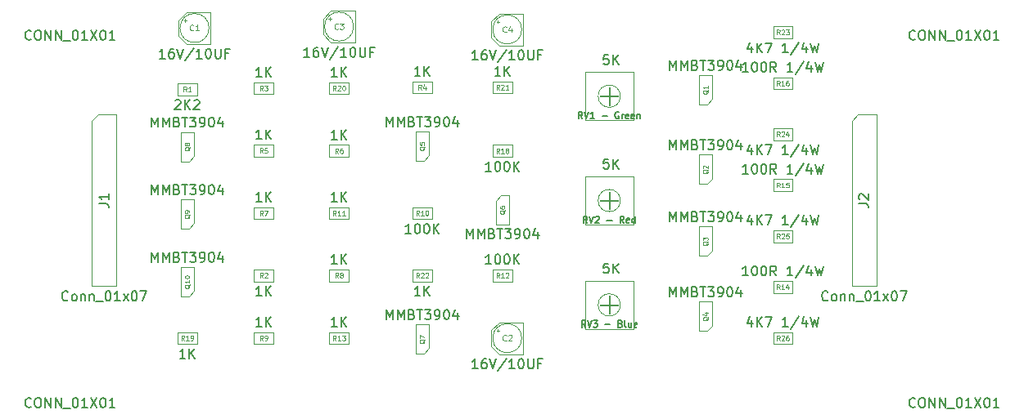
<source format=gbr>
%TF.GenerationSoftware,KiCad,Pcbnew,(5.1.10)-1*%
%TF.CreationDate,2021-10-26T22:21:35+02:00*%
%TF.ProjectId,TMS9929_RGB_Adapter,544d5339-3932-4395-9f52-47425f416461,0*%
%TF.SameCoordinates,Original*%
%TF.FileFunction,Other,Fab,Top*%
%FSLAX46Y46*%
G04 Gerber Fmt 4.6, Leading zero omitted, Abs format (unit mm)*
G04 Created by KiCad (PCBNEW (5.1.10)-1) date 2021-10-26 22:21:35*
%MOMM*%
%LPD*%
G01*
G04 APERTURE LIST*
%ADD10C,0.100000*%
%ADD11C,0.150000*%
%ADD12C,0.080000*%
%ADD13C,0.090000*%
%ADD14C,0.075000*%
G04 APERTURE END LIST*
D10*
%TO.C,R5*%
X47700000Y-38250000D02*
X47700000Y-39500000D01*
X47700000Y-39500000D02*
X45700000Y-39500000D01*
X45700000Y-39500000D02*
X45700000Y-38250000D01*
X45700000Y-38250000D02*
X47700000Y-38250000D01*
%TO.C,R26*%
X101400000Y-57675000D02*
X101400000Y-58925000D01*
X101400000Y-58925000D02*
X99400000Y-58925000D01*
X99400000Y-58925000D02*
X99400000Y-57675000D01*
X99400000Y-57675000D02*
X101400000Y-57675000D01*
%TO.C,R25*%
X101400000Y-47108332D02*
X101400000Y-48358332D01*
X101400000Y-48358332D02*
X99400000Y-48358332D01*
X99400000Y-48358332D02*
X99400000Y-47108332D01*
X99400000Y-47108332D02*
X101400000Y-47108332D01*
%TO.C,R24*%
X99400000Y-37791666D02*
X99400000Y-36541666D01*
X99400000Y-36541666D02*
X101400000Y-36541666D01*
X101400000Y-36541666D02*
X101400000Y-37791666D01*
X101400000Y-37791666D02*
X99400000Y-37791666D01*
%TO.C,R23*%
X99400000Y-27225000D02*
X99400000Y-25975000D01*
X99400000Y-25975000D02*
X101400000Y-25975000D01*
X101400000Y-25975000D02*
X101400000Y-27225000D01*
X101400000Y-27225000D02*
X99400000Y-27225000D01*
%TO.C,J2*%
X108165000Y-35130000D02*
X110070000Y-35130000D01*
X110070000Y-35130000D02*
X110070000Y-52910000D01*
X110070000Y-52910000D02*
X107530000Y-52910000D01*
X107530000Y-52910000D02*
X107530000Y-35765000D01*
X107530000Y-35765000D02*
X108165000Y-35130000D01*
%TO.C,J1*%
X29565000Y-35130000D02*
X31470000Y-35130000D01*
X31470000Y-35130000D02*
X31470000Y-52910000D01*
X31470000Y-52910000D02*
X28930000Y-52910000D01*
X28930000Y-52910000D02*
X28930000Y-35765000D01*
X28930000Y-35765000D02*
X29565000Y-35130000D01*
%TO.C,C4*%
X73400000Y-26300000D02*
G75*
G03*
X73400000Y-26300000I-1500000J0D01*
G01*
X73550000Y-24650000D02*
X73550000Y-27950000D01*
X71075000Y-24650000D02*
X73550000Y-24650000D01*
X71075000Y-27950000D02*
X73550000Y-27950000D01*
X70250000Y-25475000D02*
X70250000Y-27125000D01*
X70250000Y-25475000D02*
X71075000Y-24650000D01*
X70250000Y-27125000D02*
X71075000Y-27950000D01*
X70789531Y-25500000D02*
X71089531Y-25500000D01*
X70939531Y-25350000D02*
X70939531Y-25650000D01*
%TO.C,C3*%
X56000000Y-26000000D02*
G75*
G03*
X56000000Y-26000000I-1500000J0D01*
G01*
X56150000Y-24350000D02*
X56150000Y-27650000D01*
X53675000Y-24350000D02*
X56150000Y-24350000D01*
X53675000Y-27650000D02*
X56150000Y-27650000D01*
X52850000Y-25175000D02*
X52850000Y-26825000D01*
X52850000Y-25175000D02*
X53675000Y-24350000D01*
X52850000Y-26825000D02*
X53675000Y-27650000D01*
X53389531Y-25200000D02*
X53689531Y-25200000D01*
X53539531Y-25050000D02*
X53539531Y-25350000D01*
%TO.C,C2*%
X73400000Y-58300000D02*
G75*
G03*
X73400000Y-58300000I-1500000J0D01*
G01*
X73550000Y-56650000D02*
X73550000Y-59950000D01*
X71075000Y-56650000D02*
X73550000Y-56650000D01*
X71075000Y-59950000D02*
X73550000Y-59950000D01*
X70250000Y-57475000D02*
X70250000Y-59125000D01*
X70250000Y-57475000D02*
X71075000Y-56650000D01*
X70250000Y-59125000D02*
X71075000Y-59950000D01*
X70789531Y-57500000D02*
X71089531Y-57500000D01*
X70939531Y-57350000D02*
X70939531Y-57650000D01*
%TO.C,C1*%
X41050000Y-26150000D02*
G75*
G03*
X41050000Y-26150000I-1500000J0D01*
G01*
X41200000Y-24500000D02*
X41200000Y-27800000D01*
X38725000Y-24500000D02*
X41200000Y-24500000D01*
X38725000Y-27800000D02*
X41200000Y-27800000D01*
X37900000Y-25325000D02*
X37900000Y-26975000D01*
X37900000Y-25325000D02*
X38725000Y-24500000D01*
X37900000Y-26975000D02*
X38725000Y-27800000D01*
X38439531Y-25350000D02*
X38739531Y-25350000D01*
X38589531Y-25200000D02*
X38589531Y-25500000D01*
%TO.C,Q2*%
X93100000Y-39280000D02*
X91700000Y-39280000D01*
X91700000Y-42320000D02*
X91700000Y-39280000D01*
X93100000Y-41750000D02*
X92550000Y-42320000D01*
X92550000Y-42320000D02*
X91700000Y-42320000D01*
X93100000Y-41750000D02*
X93100000Y-39300000D01*
%TO.C,Q3*%
X93100000Y-46730000D02*
X91700000Y-46730000D01*
X91700000Y-49770000D02*
X91700000Y-46730000D01*
X93100000Y-49200000D02*
X92550000Y-49770000D01*
X92550000Y-49770000D02*
X91700000Y-49770000D01*
X93100000Y-49200000D02*
X93100000Y-46750000D01*
%TO.C,Q4*%
X93100000Y-54530000D02*
X91700000Y-54530000D01*
X91700000Y-57570000D02*
X91700000Y-54530000D01*
X93100000Y-57000000D02*
X92550000Y-57570000D01*
X92550000Y-57570000D02*
X91700000Y-57570000D01*
X93100000Y-57000000D02*
X93100000Y-54550000D01*
%TO.C,Q1*%
X93100000Y-31030000D02*
X91700000Y-31030000D01*
X91700000Y-34070000D02*
X91700000Y-31030000D01*
X93100000Y-33500000D02*
X92550000Y-34070000D01*
X92550000Y-34070000D02*
X91700000Y-34070000D01*
X93100000Y-33500000D02*
X93100000Y-31050000D01*
%TO.C,Q9*%
X39500000Y-43930000D02*
X38100000Y-43930000D01*
X38100000Y-46970000D02*
X38100000Y-43930000D01*
X39500000Y-46400000D02*
X38950000Y-46970000D01*
X38950000Y-46970000D02*
X38100000Y-46970000D01*
X39500000Y-46400000D02*
X39500000Y-43950000D01*
%TO.C,R2*%
X47700000Y-52425000D02*
X45700000Y-52425000D01*
X47700000Y-51175000D02*
X47700000Y-52425000D01*
X45700000Y-51175000D02*
X47700000Y-51175000D01*
X45700000Y-52425000D02*
X45700000Y-51175000D01*
%TO.C,RV1 - Green*%
X83600000Y-33220000D02*
G75*
G03*
X83600000Y-33220000I-1150000J0D01*
G01*
X84950000Y-35720000D02*
X84950000Y-30720000D01*
X84950000Y-30720000D02*
X79950000Y-30720000D01*
X79950000Y-30720000D02*
X79950000Y-35720000D01*
X79950000Y-35720000D02*
X84950000Y-35720000D01*
X83370000Y-33278000D02*
X82508000Y-33278000D01*
X82508000Y-33278000D02*
X82508000Y-34140000D01*
X82508000Y-34140000D02*
X82392000Y-34140000D01*
X82392000Y-34140000D02*
X82392000Y-33278000D01*
X82392000Y-33278000D02*
X81530000Y-33278000D01*
X81530000Y-33278000D02*
X81530000Y-33162000D01*
X81530000Y-33162000D02*
X82392000Y-33162000D01*
X82392000Y-33162000D02*
X82392000Y-32300000D01*
X82392000Y-32300000D02*
X82508000Y-32300000D01*
X82508000Y-32300000D02*
X82508000Y-33162000D01*
X82508000Y-33162000D02*
X83370000Y-33162000D01*
X83370000Y-33162000D02*
X83370000Y-33278000D01*
%TO.C,R16*%
X101400000Y-31258333D02*
X101400000Y-32508333D01*
X101400000Y-32508333D02*
X99400000Y-32508333D01*
X99400000Y-32508333D02*
X99400000Y-31258333D01*
X99400000Y-31258333D02*
X101400000Y-31258333D01*
%TO.C,R6*%
X55500000Y-38275000D02*
X55500000Y-39525000D01*
X55500000Y-39525000D02*
X53500000Y-39525000D01*
X53500000Y-39525000D02*
X53500000Y-38275000D01*
X53500000Y-38275000D02*
X55500000Y-38275000D01*
%TO.C,Q10*%
X39500000Y-50930000D02*
X38100000Y-50930000D01*
X38100000Y-53970000D02*
X38100000Y-50930000D01*
X39500000Y-53400000D02*
X38950000Y-53970000D01*
X38950000Y-53970000D02*
X38100000Y-53970000D01*
X39500000Y-53400000D02*
X39500000Y-50950000D01*
%TO.C,Q8*%
X39500000Y-36930000D02*
X38100000Y-36930000D01*
X38100000Y-39970000D02*
X38100000Y-36930000D01*
X39500000Y-39400000D02*
X38950000Y-39970000D01*
X38950000Y-39970000D02*
X38100000Y-39970000D01*
X39500000Y-39400000D02*
X39500000Y-36950000D01*
%TO.C,R10*%
X62100000Y-45975000D02*
X62100000Y-44725000D01*
X62100000Y-44725000D02*
X64100000Y-44725000D01*
X64100000Y-44725000D02*
X64100000Y-45975000D01*
X64100000Y-45975000D02*
X62100000Y-45975000D01*
%TO.C,R4*%
X64100000Y-31675000D02*
X64100000Y-32925000D01*
X64100000Y-32925000D02*
X62100000Y-32925000D01*
X62100000Y-32925000D02*
X62100000Y-31675000D01*
X62100000Y-31675000D02*
X64100000Y-31675000D01*
%TO.C,Q7*%
X63800000Y-56880000D02*
X62400000Y-56880000D01*
X62400000Y-59920000D02*
X62400000Y-56880000D01*
X63800000Y-59350000D02*
X63250000Y-59920000D01*
X63250000Y-59920000D02*
X62400000Y-59920000D01*
X63800000Y-59350000D02*
X63800000Y-56900000D01*
%TO.C,R1*%
X39800000Y-33125000D02*
X37800000Y-33125000D01*
X39800000Y-31875000D02*
X39800000Y-33125000D01*
X37800000Y-31875000D02*
X39800000Y-31875000D01*
X37800000Y-33125000D02*
X37800000Y-31875000D01*
%TO.C,R20*%
X55500000Y-31775000D02*
X55500000Y-33025000D01*
X55500000Y-33025000D02*
X53500000Y-33025000D01*
X53500000Y-33025000D02*
X53500000Y-31775000D01*
X53500000Y-31775000D02*
X55500000Y-31775000D01*
%TO.C,Q6*%
X70700000Y-46520000D02*
X72100000Y-46520000D01*
X72100000Y-43480000D02*
X72100000Y-46520000D01*
X70700000Y-44050000D02*
X71250000Y-43480000D01*
X71250000Y-43480000D02*
X72100000Y-43480000D01*
X70700000Y-44050000D02*
X70700000Y-46500000D01*
%TO.C,Q5*%
X63800000Y-36880000D02*
X62400000Y-36880000D01*
X62400000Y-39920000D02*
X62400000Y-36880000D01*
X63800000Y-39350000D02*
X63250000Y-39920000D01*
X63250000Y-39920000D02*
X62400000Y-39920000D01*
X63800000Y-39350000D02*
X63800000Y-36900000D01*
%TO.C,R3*%
X47700000Y-31775000D02*
X47700000Y-33025000D01*
X47700000Y-33025000D02*
X45700000Y-33025000D01*
X45700000Y-33025000D02*
X45700000Y-31775000D01*
X45700000Y-31775000D02*
X47700000Y-31775000D01*
%TO.C,R7*%
X47700000Y-44725000D02*
X47700000Y-45975000D01*
X47700000Y-45975000D02*
X45700000Y-45975000D01*
X45700000Y-45975000D02*
X45700000Y-44725000D01*
X45700000Y-44725000D02*
X47700000Y-44725000D01*
%TO.C,R22*%
X62100000Y-52425000D02*
X62100000Y-51175000D01*
X62100000Y-51175000D02*
X64100000Y-51175000D01*
X64100000Y-51175000D02*
X64100000Y-52425000D01*
X64100000Y-52425000D02*
X62100000Y-52425000D01*
%TO.C,R13*%
X55500000Y-57675000D02*
X55500000Y-58925000D01*
X55500000Y-58925000D02*
X53500000Y-58925000D01*
X53500000Y-58925000D02*
X53500000Y-57675000D01*
X53500000Y-57675000D02*
X55500000Y-57675000D01*
%TO.C,R11*%
X55500000Y-44725000D02*
X55500000Y-45975000D01*
X55500000Y-45975000D02*
X53500000Y-45975000D01*
X53500000Y-45975000D02*
X53500000Y-44725000D01*
X53500000Y-44725000D02*
X55500000Y-44725000D01*
%TO.C,R18*%
X70400000Y-39525000D02*
X70400000Y-38275000D01*
X70400000Y-38275000D02*
X72400000Y-38275000D01*
X72400000Y-38275000D02*
X72400000Y-39525000D01*
X72400000Y-39525000D02*
X70400000Y-39525000D01*
%TO.C,R8*%
X55500000Y-51175000D02*
X55500000Y-52425000D01*
X55500000Y-52425000D02*
X53500000Y-52425000D01*
X53500000Y-52425000D02*
X53500000Y-51175000D01*
X53500000Y-51175000D02*
X55500000Y-51175000D01*
%TO.C,R19*%
X37800000Y-58925000D02*
X37800000Y-57675000D01*
X37800000Y-57675000D02*
X39800000Y-57675000D01*
X39800000Y-57675000D02*
X39800000Y-58925000D01*
X39800000Y-58925000D02*
X37800000Y-58925000D01*
%TO.C,R9*%
X47700000Y-57675000D02*
X47700000Y-58925000D01*
X47700000Y-58925000D02*
X45700000Y-58925000D01*
X45700000Y-58925000D02*
X45700000Y-57675000D01*
X45700000Y-57675000D02*
X47700000Y-57675000D01*
%TO.C,R14*%
X101400000Y-52391665D02*
X101400000Y-53641665D01*
X101400000Y-53641665D02*
X99400000Y-53641665D01*
X99400000Y-53641665D02*
X99400000Y-52391665D01*
X99400000Y-52391665D02*
X101400000Y-52391665D01*
%TO.C,R15*%
X101400000Y-41824999D02*
X101400000Y-43074999D01*
X101400000Y-43074999D02*
X99400000Y-43074999D01*
X99400000Y-43074999D02*
X99400000Y-41824999D01*
X99400000Y-41824999D02*
X101400000Y-41824999D01*
%TO.C,R12*%
X72400000Y-51175000D02*
X72400000Y-52425000D01*
X72400000Y-52425000D02*
X70400000Y-52425000D01*
X70400000Y-52425000D02*
X70400000Y-51175000D01*
X70400000Y-51175000D02*
X72400000Y-51175000D01*
%TO.C,R21*%
X72400000Y-31675000D02*
X72400000Y-32925000D01*
X72400000Y-32925000D02*
X70400000Y-32925000D01*
X70400000Y-32925000D02*
X70400000Y-31675000D01*
X70400000Y-31675000D02*
X72400000Y-31675000D01*
%TO.C,RV3 - Blue*%
X83600000Y-54850000D02*
G75*
G03*
X83600000Y-54850000I-1150000J0D01*
G01*
X84950000Y-57350000D02*
X84950000Y-52350000D01*
X84950000Y-52350000D02*
X79950000Y-52350000D01*
X79950000Y-52350000D02*
X79950000Y-57350000D01*
X79950000Y-57350000D02*
X84950000Y-57350000D01*
X83370000Y-54908000D02*
X82508000Y-54908000D01*
X82508000Y-54908000D02*
X82508000Y-55770000D01*
X82508000Y-55770000D02*
X82392000Y-55770000D01*
X82392000Y-55770000D02*
X82392000Y-54908000D01*
X82392000Y-54908000D02*
X81530000Y-54908000D01*
X81530000Y-54908000D02*
X81530000Y-54792000D01*
X81530000Y-54792000D02*
X82392000Y-54792000D01*
X82392000Y-54792000D02*
X82392000Y-53930000D01*
X82392000Y-53930000D02*
X82508000Y-53930000D01*
X82508000Y-53930000D02*
X82508000Y-54792000D01*
X82508000Y-54792000D02*
X83370000Y-54792000D01*
X83370000Y-54792000D02*
X83370000Y-54908000D01*
%TO.C,RV2 - Red*%
X83600000Y-44035000D02*
G75*
G03*
X83600000Y-44035000I-1150000J0D01*
G01*
X84950000Y-46535000D02*
X84950000Y-41535000D01*
X84950000Y-41535000D02*
X79950000Y-41535000D01*
X79950000Y-41535000D02*
X79950000Y-46535000D01*
X79950000Y-46535000D02*
X84950000Y-46535000D01*
X83370000Y-44093000D02*
X82508000Y-44093000D01*
X82508000Y-44093000D02*
X82508000Y-44955000D01*
X82508000Y-44955000D02*
X82392000Y-44955000D01*
X82392000Y-44955000D02*
X82392000Y-44093000D01*
X82392000Y-44093000D02*
X81530000Y-44093000D01*
X81530000Y-44093000D02*
X81530000Y-43977000D01*
X81530000Y-43977000D02*
X82392000Y-43977000D01*
X82392000Y-43977000D02*
X82392000Y-43115000D01*
X82392000Y-43115000D02*
X82508000Y-43115000D01*
X82508000Y-43115000D02*
X82508000Y-43977000D01*
X82508000Y-43977000D02*
X83370000Y-43977000D01*
X83370000Y-43977000D02*
X83370000Y-44093000D01*
%TD*%
%TO.C,R5*%
D11*
X46485714Y-37677380D02*
X45914285Y-37677380D01*
X46200000Y-37677380D02*
X46200000Y-36677380D01*
X46104761Y-36820238D01*
X46009523Y-36915476D01*
X45914285Y-36963095D01*
X46914285Y-37677380D02*
X46914285Y-36677380D01*
X47485714Y-37677380D02*
X47057142Y-37105952D01*
X47485714Y-36677380D02*
X46914285Y-37248809D01*
D12*
X46616666Y-39101190D02*
X46450000Y-38863095D01*
X46330952Y-39101190D02*
X46330952Y-38601190D01*
X46521428Y-38601190D01*
X46569047Y-38625000D01*
X46592857Y-38648809D01*
X46616666Y-38696428D01*
X46616666Y-38767857D01*
X46592857Y-38815476D01*
X46569047Y-38839285D01*
X46521428Y-38863095D01*
X46330952Y-38863095D01*
X47069047Y-38601190D02*
X46830952Y-38601190D01*
X46807142Y-38839285D01*
X46830952Y-38815476D01*
X46878571Y-38791666D01*
X46997619Y-38791666D01*
X47045238Y-38815476D01*
X47069047Y-38839285D01*
X47092857Y-38886904D01*
X47092857Y-39005952D01*
X47069047Y-39053571D01*
X47045238Y-39077380D01*
X46997619Y-39101190D01*
X46878571Y-39101190D01*
X46830952Y-39077380D01*
X46807142Y-39053571D01*
%TO.C,R26*%
D11*
X97185714Y-56435714D02*
X97185714Y-57102380D01*
X96947619Y-56054761D02*
X96709523Y-56769047D01*
X97328571Y-56769047D01*
X97709523Y-57102380D02*
X97709523Y-56102380D01*
X98280952Y-57102380D02*
X97852380Y-56530952D01*
X98280952Y-56102380D02*
X97709523Y-56673809D01*
X98614285Y-56102380D02*
X99280952Y-56102380D01*
X98852380Y-57102380D01*
X100947619Y-57102380D02*
X100376190Y-57102380D01*
X100661904Y-57102380D02*
X100661904Y-56102380D01*
X100566666Y-56245238D01*
X100471428Y-56340476D01*
X100376190Y-56388095D01*
X102090476Y-56054761D02*
X101233333Y-57340476D01*
X102852380Y-56435714D02*
X102852380Y-57102380D01*
X102614285Y-56054761D02*
X102376190Y-56769047D01*
X102995238Y-56769047D01*
X103280952Y-56102380D02*
X103519047Y-57102380D01*
X103709523Y-56388095D01*
X103900000Y-57102380D01*
X104138095Y-56102380D01*
D12*
X100078571Y-58526190D02*
X99911904Y-58288095D01*
X99792857Y-58526190D02*
X99792857Y-58026190D01*
X99983333Y-58026190D01*
X100030952Y-58050000D01*
X100054761Y-58073809D01*
X100078571Y-58121428D01*
X100078571Y-58192857D01*
X100054761Y-58240476D01*
X100030952Y-58264285D01*
X99983333Y-58288095D01*
X99792857Y-58288095D01*
X100269047Y-58073809D02*
X100292857Y-58050000D01*
X100340476Y-58026190D01*
X100459523Y-58026190D01*
X100507142Y-58050000D01*
X100530952Y-58073809D01*
X100554761Y-58121428D01*
X100554761Y-58169047D01*
X100530952Y-58240476D01*
X100245238Y-58526190D01*
X100554761Y-58526190D01*
X100983333Y-58026190D02*
X100888095Y-58026190D01*
X100840476Y-58050000D01*
X100816666Y-58073809D01*
X100769047Y-58145238D01*
X100745238Y-58240476D01*
X100745238Y-58430952D01*
X100769047Y-58478571D01*
X100792857Y-58502380D01*
X100840476Y-58526190D01*
X100935714Y-58526190D01*
X100983333Y-58502380D01*
X101007142Y-58478571D01*
X101030952Y-58430952D01*
X101030952Y-58311904D01*
X101007142Y-58264285D01*
X100983333Y-58240476D01*
X100935714Y-58216666D01*
X100840476Y-58216666D01*
X100792857Y-58240476D01*
X100769047Y-58264285D01*
X100745238Y-58311904D01*
%TO.C,R25*%
D11*
X97185714Y-45869046D02*
X97185714Y-46535712D01*
X96947619Y-45488093D02*
X96709523Y-46202379D01*
X97328571Y-46202379D01*
X97709523Y-46535712D02*
X97709523Y-45535712D01*
X98280952Y-46535712D02*
X97852380Y-45964284D01*
X98280952Y-45535712D02*
X97709523Y-46107141D01*
X98614285Y-45535712D02*
X99280952Y-45535712D01*
X98852380Y-46535712D01*
X100947619Y-46535712D02*
X100376190Y-46535712D01*
X100661904Y-46535712D02*
X100661904Y-45535712D01*
X100566666Y-45678570D01*
X100471428Y-45773808D01*
X100376190Y-45821427D01*
X102090476Y-45488093D02*
X101233333Y-46773808D01*
X102852380Y-45869046D02*
X102852380Y-46535712D01*
X102614285Y-45488093D02*
X102376190Y-46202379D01*
X102995238Y-46202379D01*
X103280952Y-45535712D02*
X103519047Y-46535712D01*
X103709523Y-45821427D01*
X103900000Y-46535712D01*
X104138095Y-45535712D01*
D12*
X100078571Y-47959522D02*
X99911904Y-47721427D01*
X99792857Y-47959522D02*
X99792857Y-47459522D01*
X99983333Y-47459522D01*
X100030952Y-47483332D01*
X100054761Y-47507141D01*
X100078571Y-47554760D01*
X100078571Y-47626189D01*
X100054761Y-47673808D01*
X100030952Y-47697617D01*
X99983333Y-47721427D01*
X99792857Y-47721427D01*
X100269047Y-47507141D02*
X100292857Y-47483332D01*
X100340476Y-47459522D01*
X100459523Y-47459522D01*
X100507142Y-47483332D01*
X100530952Y-47507141D01*
X100554761Y-47554760D01*
X100554761Y-47602379D01*
X100530952Y-47673808D01*
X100245238Y-47959522D01*
X100554761Y-47959522D01*
X101007142Y-47459522D02*
X100769047Y-47459522D01*
X100745238Y-47697617D01*
X100769047Y-47673808D01*
X100816666Y-47649998D01*
X100935714Y-47649998D01*
X100983333Y-47673808D01*
X101007142Y-47697617D01*
X101030952Y-47745236D01*
X101030952Y-47864284D01*
X101007142Y-47911903D01*
X100983333Y-47935712D01*
X100935714Y-47959522D01*
X100816666Y-47959522D01*
X100769047Y-47935712D01*
X100745238Y-47911903D01*
%TO.C,R24*%
D11*
X97185714Y-38602380D02*
X97185714Y-39269046D01*
X96947619Y-38221427D02*
X96709523Y-38935713D01*
X97328571Y-38935713D01*
X97709523Y-39269046D02*
X97709523Y-38269046D01*
X98280952Y-39269046D02*
X97852380Y-38697618D01*
X98280952Y-38269046D02*
X97709523Y-38840475D01*
X98614285Y-38269046D02*
X99280952Y-38269046D01*
X98852380Y-39269046D01*
X100947619Y-39269046D02*
X100376190Y-39269046D01*
X100661904Y-39269046D02*
X100661904Y-38269046D01*
X100566666Y-38411904D01*
X100471428Y-38507142D01*
X100376190Y-38554761D01*
X102090476Y-38221427D02*
X101233333Y-39507142D01*
X102852380Y-38602380D02*
X102852380Y-39269046D01*
X102614285Y-38221427D02*
X102376190Y-38935713D01*
X102995238Y-38935713D01*
X103280952Y-38269046D02*
X103519047Y-39269046D01*
X103709523Y-38554761D01*
X103900000Y-39269046D01*
X104138095Y-38269046D01*
D12*
X100078571Y-37392856D02*
X99911904Y-37154761D01*
X99792857Y-37392856D02*
X99792857Y-36892856D01*
X99983333Y-36892856D01*
X100030952Y-36916666D01*
X100054761Y-36940475D01*
X100078571Y-36988094D01*
X100078571Y-37059523D01*
X100054761Y-37107142D01*
X100030952Y-37130951D01*
X99983333Y-37154761D01*
X99792857Y-37154761D01*
X100269047Y-36940475D02*
X100292857Y-36916666D01*
X100340476Y-36892856D01*
X100459523Y-36892856D01*
X100507142Y-36916666D01*
X100530952Y-36940475D01*
X100554761Y-36988094D01*
X100554761Y-37035713D01*
X100530952Y-37107142D01*
X100245238Y-37392856D01*
X100554761Y-37392856D01*
X100983333Y-37059523D02*
X100983333Y-37392856D01*
X100864285Y-36869046D02*
X100745238Y-37226189D01*
X101054761Y-37226189D01*
%TO.C,R23*%
D11*
X97185714Y-28035714D02*
X97185714Y-28702380D01*
X96947619Y-27654761D02*
X96709523Y-28369047D01*
X97328571Y-28369047D01*
X97709523Y-28702380D02*
X97709523Y-27702380D01*
X98280952Y-28702380D02*
X97852380Y-28130952D01*
X98280952Y-27702380D02*
X97709523Y-28273809D01*
X98614285Y-27702380D02*
X99280952Y-27702380D01*
X98852380Y-28702380D01*
X100947619Y-28702380D02*
X100376190Y-28702380D01*
X100661904Y-28702380D02*
X100661904Y-27702380D01*
X100566666Y-27845238D01*
X100471428Y-27940476D01*
X100376190Y-27988095D01*
X102090476Y-27654761D02*
X101233333Y-28940476D01*
X102852380Y-28035714D02*
X102852380Y-28702380D01*
X102614285Y-27654761D02*
X102376190Y-28369047D01*
X102995238Y-28369047D01*
X103280952Y-27702380D02*
X103519047Y-28702380D01*
X103709523Y-27988095D01*
X103900000Y-28702380D01*
X104138095Y-27702380D01*
D12*
X100078571Y-26826190D02*
X99911904Y-26588095D01*
X99792857Y-26826190D02*
X99792857Y-26326190D01*
X99983333Y-26326190D01*
X100030952Y-26350000D01*
X100054761Y-26373809D01*
X100078571Y-26421428D01*
X100078571Y-26492857D01*
X100054761Y-26540476D01*
X100030952Y-26564285D01*
X99983333Y-26588095D01*
X99792857Y-26588095D01*
X100269047Y-26373809D02*
X100292857Y-26350000D01*
X100340476Y-26326190D01*
X100459523Y-26326190D01*
X100507142Y-26350000D01*
X100530952Y-26373809D01*
X100554761Y-26421428D01*
X100554761Y-26469047D01*
X100530952Y-26540476D01*
X100245238Y-26826190D01*
X100554761Y-26826190D01*
X100721428Y-26326190D02*
X101030952Y-26326190D01*
X100864285Y-26516666D01*
X100935714Y-26516666D01*
X100983333Y-26540476D01*
X101007142Y-26564285D01*
X101030952Y-26611904D01*
X101030952Y-26730952D01*
X101007142Y-26778571D01*
X100983333Y-26802380D01*
X100935714Y-26826190D01*
X100792857Y-26826190D01*
X100745238Y-26802380D01*
X100721428Y-26778571D01*
%TO.C,J2*%
D11*
X105061904Y-54327142D02*
X105014285Y-54374761D01*
X104871428Y-54422380D01*
X104776190Y-54422380D01*
X104633333Y-54374761D01*
X104538095Y-54279523D01*
X104490476Y-54184285D01*
X104442857Y-53993809D01*
X104442857Y-53850952D01*
X104490476Y-53660476D01*
X104538095Y-53565238D01*
X104633333Y-53470000D01*
X104776190Y-53422380D01*
X104871428Y-53422380D01*
X105014285Y-53470000D01*
X105061904Y-53517619D01*
X105633333Y-54422380D02*
X105538095Y-54374761D01*
X105490476Y-54327142D01*
X105442857Y-54231904D01*
X105442857Y-53946190D01*
X105490476Y-53850952D01*
X105538095Y-53803333D01*
X105633333Y-53755714D01*
X105776190Y-53755714D01*
X105871428Y-53803333D01*
X105919047Y-53850952D01*
X105966666Y-53946190D01*
X105966666Y-54231904D01*
X105919047Y-54327142D01*
X105871428Y-54374761D01*
X105776190Y-54422380D01*
X105633333Y-54422380D01*
X106395238Y-53755714D02*
X106395238Y-54422380D01*
X106395238Y-53850952D02*
X106442857Y-53803333D01*
X106538095Y-53755714D01*
X106680952Y-53755714D01*
X106776190Y-53803333D01*
X106823809Y-53898571D01*
X106823809Y-54422380D01*
X107300000Y-53755714D02*
X107300000Y-54422380D01*
X107300000Y-53850952D02*
X107347619Y-53803333D01*
X107442857Y-53755714D01*
X107585714Y-53755714D01*
X107680952Y-53803333D01*
X107728571Y-53898571D01*
X107728571Y-54422380D01*
X107966666Y-54517619D02*
X108728571Y-54517619D01*
X109157142Y-53422380D02*
X109252380Y-53422380D01*
X109347619Y-53470000D01*
X109395238Y-53517619D01*
X109442857Y-53612857D01*
X109490476Y-53803333D01*
X109490476Y-54041428D01*
X109442857Y-54231904D01*
X109395238Y-54327142D01*
X109347619Y-54374761D01*
X109252380Y-54422380D01*
X109157142Y-54422380D01*
X109061904Y-54374761D01*
X109014285Y-54327142D01*
X108966666Y-54231904D01*
X108919047Y-54041428D01*
X108919047Y-53803333D01*
X108966666Y-53612857D01*
X109014285Y-53517619D01*
X109061904Y-53470000D01*
X109157142Y-53422380D01*
X110442857Y-54422380D02*
X109871428Y-54422380D01*
X110157142Y-54422380D02*
X110157142Y-53422380D01*
X110061904Y-53565238D01*
X109966666Y-53660476D01*
X109871428Y-53708095D01*
X110776190Y-54422380D02*
X111300000Y-53755714D01*
X110776190Y-53755714D02*
X111300000Y-54422380D01*
X111871428Y-53422380D02*
X111966666Y-53422380D01*
X112061904Y-53470000D01*
X112109523Y-53517619D01*
X112157142Y-53612857D01*
X112204761Y-53803333D01*
X112204761Y-54041428D01*
X112157142Y-54231904D01*
X112109523Y-54327142D01*
X112061904Y-54374761D01*
X111966666Y-54422380D01*
X111871428Y-54422380D01*
X111776190Y-54374761D01*
X111728571Y-54327142D01*
X111680952Y-54231904D01*
X111633333Y-54041428D01*
X111633333Y-53803333D01*
X111680952Y-53612857D01*
X111728571Y-53517619D01*
X111776190Y-53470000D01*
X111871428Y-53422380D01*
X112538095Y-53422380D02*
X113204761Y-53422380D01*
X112776190Y-54422380D01*
X108252380Y-44353333D02*
X108966666Y-44353333D01*
X109109523Y-44400952D01*
X109204761Y-44496190D01*
X109252380Y-44639047D01*
X109252380Y-44734285D01*
X108347619Y-43924761D02*
X108300000Y-43877142D01*
X108252380Y-43781904D01*
X108252380Y-43543809D01*
X108300000Y-43448571D01*
X108347619Y-43400952D01*
X108442857Y-43353333D01*
X108538095Y-43353333D01*
X108680952Y-43400952D01*
X109252380Y-43972380D01*
X109252380Y-43353333D01*
%TO.C,J1*%
X26461904Y-54327142D02*
X26414285Y-54374761D01*
X26271428Y-54422380D01*
X26176190Y-54422380D01*
X26033333Y-54374761D01*
X25938095Y-54279523D01*
X25890476Y-54184285D01*
X25842857Y-53993809D01*
X25842857Y-53850952D01*
X25890476Y-53660476D01*
X25938095Y-53565238D01*
X26033333Y-53470000D01*
X26176190Y-53422380D01*
X26271428Y-53422380D01*
X26414285Y-53470000D01*
X26461904Y-53517619D01*
X27033333Y-54422380D02*
X26938095Y-54374761D01*
X26890476Y-54327142D01*
X26842857Y-54231904D01*
X26842857Y-53946190D01*
X26890476Y-53850952D01*
X26938095Y-53803333D01*
X27033333Y-53755714D01*
X27176190Y-53755714D01*
X27271428Y-53803333D01*
X27319047Y-53850952D01*
X27366666Y-53946190D01*
X27366666Y-54231904D01*
X27319047Y-54327142D01*
X27271428Y-54374761D01*
X27176190Y-54422380D01*
X27033333Y-54422380D01*
X27795238Y-53755714D02*
X27795238Y-54422380D01*
X27795238Y-53850952D02*
X27842857Y-53803333D01*
X27938095Y-53755714D01*
X28080952Y-53755714D01*
X28176190Y-53803333D01*
X28223809Y-53898571D01*
X28223809Y-54422380D01*
X28700000Y-53755714D02*
X28700000Y-54422380D01*
X28700000Y-53850952D02*
X28747619Y-53803333D01*
X28842857Y-53755714D01*
X28985714Y-53755714D01*
X29080952Y-53803333D01*
X29128571Y-53898571D01*
X29128571Y-54422380D01*
X29366666Y-54517619D02*
X30128571Y-54517619D01*
X30557142Y-53422380D02*
X30652380Y-53422380D01*
X30747619Y-53470000D01*
X30795238Y-53517619D01*
X30842857Y-53612857D01*
X30890476Y-53803333D01*
X30890476Y-54041428D01*
X30842857Y-54231904D01*
X30795238Y-54327142D01*
X30747619Y-54374761D01*
X30652380Y-54422380D01*
X30557142Y-54422380D01*
X30461904Y-54374761D01*
X30414285Y-54327142D01*
X30366666Y-54231904D01*
X30319047Y-54041428D01*
X30319047Y-53803333D01*
X30366666Y-53612857D01*
X30414285Y-53517619D01*
X30461904Y-53470000D01*
X30557142Y-53422380D01*
X31842857Y-54422380D02*
X31271428Y-54422380D01*
X31557142Y-54422380D02*
X31557142Y-53422380D01*
X31461904Y-53565238D01*
X31366666Y-53660476D01*
X31271428Y-53708095D01*
X32176190Y-54422380D02*
X32700000Y-53755714D01*
X32176190Y-53755714D02*
X32700000Y-54422380D01*
X33271428Y-53422380D02*
X33366666Y-53422380D01*
X33461904Y-53470000D01*
X33509523Y-53517619D01*
X33557142Y-53612857D01*
X33604761Y-53803333D01*
X33604761Y-54041428D01*
X33557142Y-54231904D01*
X33509523Y-54327142D01*
X33461904Y-54374761D01*
X33366666Y-54422380D01*
X33271428Y-54422380D01*
X33176190Y-54374761D01*
X33128571Y-54327142D01*
X33080952Y-54231904D01*
X33033333Y-54041428D01*
X33033333Y-53803333D01*
X33080952Y-53612857D01*
X33128571Y-53517619D01*
X33176190Y-53470000D01*
X33271428Y-53422380D01*
X33938095Y-53422380D02*
X34604761Y-53422380D01*
X34176190Y-54422380D01*
X29652380Y-44353333D02*
X30366666Y-44353333D01*
X30509523Y-44400952D01*
X30604761Y-44496190D01*
X30652380Y-44639047D01*
X30652380Y-44734285D01*
X30652380Y-43353333D02*
X30652380Y-43924761D01*
X30652380Y-43639047D02*
X29652380Y-43639047D01*
X29795238Y-43734285D01*
X29890476Y-43829523D01*
X29938095Y-43924761D01*
%TO.C,C4*%
X68852380Y-29452380D02*
X68280952Y-29452380D01*
X68566666Y-29452380D02*
X68566666Y-28452380D01*
X68471428Y-28595238D01*
X68376190Y-28690476D01*
X68280952Y-28738095D01*
X69709523Y-28452380D02*
X69519047Y-28452380D01*
X69423809Y-28500000D01*
X69376190Y-28547619D01*
X69280952Y-28690476D01*
X69233333Y-28880952D01*
X69233333Y-29261904D01*
X69280952Y-29357142D01*
X69328571Y-29404761D01*
X69423809Y-29452380D01*
X69614285Y-29452380D01*
X69709523Y-29404761D01*
X69757142Y-29357142D01*
X69804761Y-29261904D01*
X69804761Y-29023809D01*
X69757142Y-28928571D01*
X69709523Y-28880952D01*
X69614285Y-28833333D01*
X69423809Y-28833333D01*
X69328571Y-28880952D01*
X69280952Y-28928571D01*
X69233333Y-29023809D01*
X70090476Y-28452380D02*
X70423809Y-29452380D01*
X70757142Y-28452380D01*
X71804761Y-28404761D02*
X70947619Y-29690476D01*
X72661904Y-29452380D02*
X72090476Y-29452380D01*
X72376190Y-29452380D02*
X72376190Y-28452380D01*
X72280952Y-28595238D01*
X72185714Y-28690476D01*
X72090476Y-28738095D01*
X73280952Y-28452380D02*
X73376190Y-28452380D01*
X73471428Y-28500000D01*
X73519047Y-28547619D01*
X73566666Y-28642857D01*
X73614285Y-28833333D01*
X73614285Y-29071428D01*
X73566666Y-29261904D01*
X73519047Y-29357142D01*
X73471428Y-29404761D01*
X73376190Y-29452380D01*
X73280952Y-29452380D01*
X73185714Y-29404761D01*
X73138095Y-29357142D01*
X73090476Y-29261904D01*
X73042857Y-29071428D01*
X73042857Y-28833333D01*
X73090476Y-28642857D01*
X73138095Y-28547619D01*
X73185714Y-28500000D01*
X73280952Y-28452380D01*
X74042857Y-28452380D02*
X74042857Y-29261904D01*
X74090476Y-29357142D01*
X74138095Y-29404761D01*
X74233333Y-29452380D01*
X74423809Y-29452380D01*
X74519047Y-29404761D01*
X74566666Y-29357142D01*
X74614285Y-29261904D01*
X74614285Y-28452380D01*
X75423809Y-28928571D02*
X75090476Y-28928571D01*
X75090476Y-29452380D02*
X75090476Y-28452380D01*
X75566666Y-28452380D01*
D13*
X71800000Y-26514285D02*
X71771428Y-26542857D01*
X71685714Y-26571428D01*
X71628571Y-26571428D01*
X71542857Y-26542857D01*
X71485714Y-26485714D01*
X71457142Y-26428571D01*
X71428571Y-26314285D01*
X71428571Y-26228571D01*
X71457142Y-26114285D01*
X71485714Y-26057142D01*
X71542857Y-26000000D01*
X71628571Y-25971428D01*
X71685714Y-25971428D01*
X71771428Y-26000000D01*
X71800000Y-26028571D01*
X72314285Y-26171428D02*
X72314285Y-26571428D01*
X72171428Y-25942857D02*
X72028571Y-26371428D01*
X72400000Y-26371428D01*
%TO.C,C3*%
D11*
X51452380Y-29152380D02*
X50880952Y-29152380D01*
X51166666Y-29152380D02*
X51166666Y-28152380D01*
X51071428Y-28295238D01*
X50976190Y-28390476D01*
X50880952Y-28438095D01*
X52309523Y-28152380D02*
X52119047Y-28152380D01*
X52023809Y-28200000D01*
X51976190Y-28247619D01*
X51880952Y-28390476D01*
X51833333Y-28580952D01*
X51833333Y-28961904D01*
X51880952Y-29057142D01*
X51928571Y-29104761D01*
X52023809Y-29152380D01*
X52214285Y-29152380D01*
X52309523Y-29104761D01*
X52357142Y-29057142D01*
X52404761Y-28961904D01*
X52404761Y-28723809D01*
X52357142Y-28628571D01*
X52309523Y-28580952D01*
X52214285Y-28533333D01*
X52023809Y-28533333D01*
X51928571Y-28580952D01*
X51880952Y-28628571D01*
X51833333Y-28723809D01*
X52690476Y-28152380D02*
X53023809Y-29152380D01*
X53357142Y-28152380D01*
X54404761Y-28104761D02*
X53547619Y-29390476D01*
X55261904Y-29152380D02*
X54690476Y-29152380D01*
X54976190Y-29152380D02*
X54976190Y-28152380D01*
X54880952Y-28295238D01*
X54785714Y-28390476D01*
X54690476Y-28438095D01*
X55880952Y-28152380D02*
X55976190Y-28152380D01*
X56071428Y-28200000D01*
X56119047Y-28247619D01*
X56166666Y-28342857D01*
X56214285Y-28533333D01*
X56214285Y-28771428D01*
X56166666Y-28961904D01*
X56119047Y-29057142D01*
X56071428Y-29104761D01*
X55976190Y-29152380D01*
X55880952Y-29152380D01*
X55785714Y-29104761D01*
X55738095Y-29057142D01*
X55690476Y-28961904D01*
X55642857Y-28771428D01*
X55642857Y-28533333D01*
X55690476Y-28342857D01*
X55738095Y-28247619D01*
X55785714Y-28200000D01*
X55880952Y-28152380D01*
X56642857Y-28152380D02*
X56642857Y-28961904D01*
X56690476Y-29057142D01*
X56738095Y-29104761D01*
X56833333Y-29152380D01*
X57023809Y-29152380D01*
X57119047Y-29104761D01*
X57166666Y-29057142D01*
X57214285Y-28961904D01*
X57214285Y-28152380D01*
X58023809Y-28628571D02*
X57690476Y-28628571D01*
X57690476Y-29152380D02*
X57690476Y-28152380D01*
X58166666Y-28152380D01*
D13*
X54400000Y-26214285D02*
X54371428Y-26242857D01*
X54285714Y-26271428D01*
X54228571Y-26271428D01*
X54142857Y-26242857D01*
X54085714Y-26185714D01*
X54057142Y-26128571D01*
X54028571Y-26014285D01*
X54028571Y-25928571D01*
X54057142Y-25814285D01*
X54085714Y-25757142D01*
X54142857Y-25700000D01*
X54228571Y-25671428D01*
X54285714Y-25671428D01*
X54371428Y-25700000D01*
X54400000Y-25728571D01*
X54600000Y-25671428D02*
X54971428Y-25671428D01*
X54771428Y-25900000D01*
X54857142Y-25900000D01*
X54914285Y-25928571D01*
X54942857Y-25957142D01*
X54971428Y-26014285D01*
X54971428Y-26157142D01*
X54942857Y-26214285D01*
X54914285Y-26242857D01*
X54857142Y-26271428D01*
X54685714Y-26271428D01*
X54628571Y-26242857D01*
X54600000Y-26214285D01*
%TO.C,C2*%
D11*
X68852380Y-61452380D02*
X68280952Y-61452380D01*
X68566666Y-61452380D02*
X68566666Y-60452380D01*
X68471428Y-60595238D01*
X68376190Y-60690476D01*
X68280952Y-60738095D01*
X69709523Y-60452380D02*
X69519047Y-60452380D01*
X69423809Y-60500000D01*
X69376190Y-60547619D01*
X69280952Y-60690476D01*
X69233333Y-60880952D01*
X69233333Y-61261904D01*
X69280952Y-61357142D01*
X69328571Y-61404761D01*
X69423809Y-61452380D01*
X69614285Y-61452380D01*
X69709523Y-61404761D01*
X69757142Y-61357142D01*
X69804761Y-61261904D01*
X69804761Y-61023809D01*
X69757142Y-60928571D01*
X69709523Y-60880952D01*
X69614285Y-60833333D01*
X69423809Y-60833333D01*
X69328571Y-60880952D01*
X69280952Y-60928571D01*
X69233333Y-61023809D01*
X70090476Y-60452380D02*
X70423809Y-61452380D01*
X70757142Y-60452380D01*
X71804761Y-60404761D02*
X70947619Y-61690476D01*
X72661904Y-61452380D02*
X72090476Y-61452380D01*
X72376190Y-61452380D02*
X72376190Y-60452380D01*
X72280952Y-60595238D01*
X72185714Y-60690476D01*
X72090476Y-60738095D01*
X73280952Y-60452380D02*
X73376190Y-60452380D01*
X73471428Y-60500000D01*
X73519047Y-60547619D01*
X73566666Y-60642857D01*
X73614285Y-60833333D01*
X73614285Y-61071428D01*
X73566666Y-61261904D01*
X73519047Y-61357142D01*
X73471428Y-61404761D01*
X73376190Y-61452380D01*
X73280952Y-61452380D01*
X73185714Y-61404761D01*
X73138095Y-61357142D01*
X73090476Y-61261904D01*
X73042857Y-61071428D01*
X73042857Y-60833333D01*
X73090476Y-60642857D01*
X73138095Y-60547619D01*
X73185714Y-60500000D01*
X73280952Y-60452380D01*
X74042857Y-60452380D02*
X74042857Y-61261904D01*
X74090476Y-61357142D01*
X74138095Y-61404761D01*
X74233333Y-61452380D01*
X74423809Y-61452380D01*
X74519047Y-61404761D01*
X74566666Y-61357142D01*
X74614285Y-61261904D01*
X74614285Y-60452380D01*
X75423809Y-60928571D02*
X75090476Y-60928571D01*
X75090476Y-61452380D02*
X75090476Y-60452380D01*
X75566666Y-60452380D01*
D13*
X71800000Y-58514285D02*
X71771428Y-58542857D01*
X71685714Y-58571428D01*
X71628571Y-58571428D01*
X71542857Y-58542857D01*
X71485714Y-58485714D01*
X71457142Y-58428571D01*
X71428571Y-58314285D01*
X71428571Y-58228571D01*
X71457142Y-58114285D01*
X71485714Y-58057142D01*
X71542857Y-58000000D01*
X71628571Y-57971428D01*
X71685714Y-57971428D01*
X71771428Y-58000000D01*
X71800000Y-58028571D01*
X72028571Y-58028571D02*
X72057142Y-58000000D01*
X72114285Y-57971428D01*
X72257142Y-57971428D01*
X72314285Y-58000000D01*
X72342857Y-58028571D01*
X72371428Y-58085714D01*
X72371428Y-58142857D01*
X72342857Y-58228571D01*
X72000000Y-58571428D01*
X72371428Y-58571428D01*
%TO.C,C1*%
D11*
X36502380Y-29302380D02*
X35930952Y-29302380D01*
X36216666Y-29302380D02*
X36216666Y-28302380D01*
X36121428Y-28445238D01*
X36026190Y-28540476D01*
X35930952Y-28588095D01*
X37359523Y-28302380D02*
X37169047Y-28302380D01*
X37073809Y-28350000D01*
X37026190Y-28397619D01*
X36930952Y-28540476D01*
X36883333Y-28730952D01*
X36883333Y-29111904D01*
X36930952Y-29207142D01*
X36978571Y-29254761D01*
X37073809Y-29302380D01*
X37264285Y-29302380D01*
X37359523Y-29254761D01*
X37407142Y-29207142D01*
X37454761Y-29111904D01*
X37454761Y-28873809D01*
X37407142Y-28778571D01*
X37359523Y-28730952D01*
X37264285Y-28683333D01*
X37073809Y-28683333D01*
X36978571Y-28730952D01*
X36930952Y-28778571D01*
X36883333Y-28873809D01*
X37740476Y-28302380D02*
X38073809Y-29302380D01*
X38407142Y-28302380D01*
X39454761Y-28254761D02*
X38597619Y-29540476D01*
X40311904Y-29302380D02*
X39740476Y-29302380D01*
X40026190Y-29302380D02*
X40026190Y-28302380D01*
X39930952Y-28445238D01*
X39835714Y-28540476D01*
X39740476Y-28588095D01*
X40930952Y-28302380D02*
X41026190Y-28302380D01*
X41121428Y-28350000D01*
X41169047Y-28397619D01*
X41216666Y-28492857D01*
X41264285Y-28683333D01*
X41264285Y-28921428D01*
X41216666Y-29111904D01*
X41169047Y-29207142D01*
X41121428Y-29254761D01*
X41026190Y-29302380D01*
X40930952Y-29302380D01*
X40835714Y-29254761D01*
X40788095Y-29207142D01*
X40740476Y-29111904D01*
X40692857Y-28921428D01*
X40692857Y-28683333D01*
X40740476Y-28492857D01*
X40788095Y-28397619D01*
X40835714Y-28350000D01*
X40930952Y-28302380D01*
X41692857Y-28302380D02*
X41692857Y-29111904D01*
X41740476Y-29207142D01*
X41788095Y-29254761D01*
X41883333Y-29302380D01*
X42073809Y-29302380D01*
X42169047Y-29254761D01*
X42216666Y-29207142D01*
X42264285Y-29111904D01*
X42264285Y-28302380D01*
X43073809Y-28778571D02*
X42740476Y-28778571D01*
X42740476Y-29302380D02*
X42740476Y-28302380D01*
X43216666Y-28302380D01*
D13*
X39450000Y-26364285D02*
X39421428Y-26392857D01*
X39335714Y-26421428D01*
X39278571Y-26421428D01*
X39192857Y-26392857D01*
X39135714Y-26335714D01*
X39107142Y-26278571D01*
X39078571Y-26164285D01*
X39078571Y-26078571D01*
X39107142Y-25964285D01*
X39135714Y-25907142D01*
X39192857Y-25850000D01*
X39278571Y-25821428D01*
X39335714Y-25821428D01*
X39421428Y-25850000D01*
X39450000Y-25878571D01*
X40021428Y-26421428D02*
X39678571Y-26421428D01*
X39850000Y-26421428D02*
X39850000Y-25821428D01*
X39792857Y-25907142D01*
X39735714Y-25964285D01*
X39678571Y-25992857D01*
%TO.C,Q2*%
D11*
X88709523Y-38752380D02*
X88709523Y-37752380D01*
X89042857Y-38466666D01*
X89376190Y-37752380D01*
X89376190Y-38752380D01*
X89852380Y-38752380D02*
X89852380Y-37752380D01*
X90185714Y-38466666D01*
X90519047Y-37752380D01*
X90519047Y-38752380D01*
X91328571Y-38228571D02*
X91471428Y-38276190D01*
X91519047Y-38323809D01*
X91566666Y-38419047D01*
X91566666Y-38561904D01*
X91519047Y-38657142D01*
X91471428Y-38704761D01*
X91376190Y-38752380D01*
X90995238Y-38752380D01*
X90995238Y-37752380D01*
X91328571Y-37752380D01*
X91423809Y-37800000D01*
X91471428Y-37847619D01*
X91519047Y-37942857D01*
X91519047Y-38038095D01*
X91471428Y-38133333D01*
X91423809Y-38180952D01*
X91328571Y-38228571D01*
X90995238Y-38228571D01*
X91852380Y-37752380D02*
X92423809Y-37752380D01*
X92138095Y-38752380D02*
X92138095Y-37752380D01*
X92661904Y-37752380D02*
X93280952Y-37752380D01*
X92947619Y-38133333D01*
X93090476Y-38133333D01*
X93185714Y-38180952D01*
X93233333Y-38228571D01*
X93280952Y-38323809D01*
X93280952Y-38561904D01*
X93233333Y-38657142D01*
X93185714Y-38704761D01*
X93090476Y-38752380D01*
X92804761Y-38752380D01*
X92709523Y-38704761D01*
X92661904Y-38657142D01*
X93757142Y-38752380D02*
X93947619Y-38752380D01*
X94042857Y-38704761D01*
X94090476Y-38657142D01*
X94185714Y-38514285D01*
X94233333Y-38323809D01*
X94233333Y-37942857D01*
X94185714Y-37847619D01*
X94138095Y-37800000D01*
X94042857Y-37752380D01*
X93852380Y-37752380D01*
X93757142Y-37800000D01*
X93709523Y-37847619D01*
X93661904Y-37942857D01*
X93661904Y-38180952D01*
X93709523Y-38276190D01*
X93757142Y-38323809D01*
X93852380Y-38371428D01*
X94042857Y-38371428D01*
X94138095Y-38323809D01*
X94185714Y-38276190D01*
X94233333Y-38180952D01*
X94852380Y-37752380D02*
X94947619Y-37752380D01*
X95042857Y-37800000D01*
X95090476Y-37847619D01*
X95138095Y-37942857D01*
X95185714Y-38133333D01*
X95185714Y-38371428D01*
X95138095Y-38561904D01*
X95090476Y-38657142D01*
X95042857Y-38704761D01*
X94947619Y-38752380D01*
X94852380Y-38752380D01*
X94757142Y-38704761D01*
X94709523Y-38657142D01*
X94661904Y-38561904D01*
X94614285Y-38371428D01*
X94614285Y-38133333D01*
X94661904Y-37942857D01*
X94709523Y-37847619D01*
X94757142Y-37800000D01*
X94852380Y-37752380D01*
X96042857Y-38085714D02*
X96042857Y-38752380D01*
X95804761Y-37704761D02*
X95566666Y-38419047D01*
X96185714Y-38419047D01*
D14*
X92673809Y-40847619D02*
X92650000Y-40895238D01*
X92602380Y-40942857D01*
X92530952Y-41014285D01*
X92507142Y-41061904D01*
X92507142Y-41109523D01*
X92626190Y-41085714D02*
X92602380Y-41133333D01*
X92554761Y-41180952D01*
X92459523Y-41204761D01*
X92292857Y-41204761D01*
X92197619Y-41180952D01*
X92150000Y-41133333D01*
X92126190Y-41085714D01*
X92126190Y-40990476D01*
X92150000Y-40942857D01*
X92197619Y-40895238D01*
X92292857Y-40871428D01*
X92459523Y-40871428D01*
X92554761Y-40895238D01*
X92602380Y-40942857D01*
X92626190Y-40990476D01*
X92626190Y-41085714D01*
X92173809Y-40680952D02*
X92150000Y-40657142D01*
X92126190Y-40609523D01*
X92126190Y-40490476D01*
X92150000Y-40442857D01*
X92173809Y-40419047D01*
X92221428Y-40395238D01*
X92269047Y-40395238D01*
X92340476Y-40419047D01*
X92626190Y-40704761D01*
X92626190Y-40395238D01*
%TO.C,Q3*%
D11*
X88709523Y-46202380D02*
X88709523Y-45202380D01*
X89042857Y-45916666D01*
X89376190Y-45202380D01*
X89376190Y-46202380D01*
X89852380Y-46202380D02*
X89852380Y-45202380D01*
X90185714Y-45916666D01*
X90519047Y-45202380D01*
X90519047Y-46202380D01*
X91328571Y-45678571D02*
X91471428Y-45726190D01*
X91519047Y-45773809D01*
X91566666Y-45869047D01*
X91566666Y-46011904D01*
X91519047Y-46107142D01*
X91471428Y-46154761D01*
X91376190Y-46202380D01*
X90995238Y-46202380D01*
X90995238Y-45202380D01*
X91328571Y-45202380D01*
X91423809Y-45250000D01*
X91471428Y-45297619D01*
X91519047Y-45392857D01*
X91519047Y-45488095D01*
X91471428Y-45583333D01*
X91423809Y-45630952D01*
X91328571Y-45678571D01*
X90995238Y-45678571D01*
X91852380Y-45202380D02*
X92423809Y-45202380D01*
X92138095Y-46202380D02*
X92138095Y-45202380D01*
X92661904Y-45202380D02*
X93280952Y-45202380D01*
X92947619Y-45583333D01*
X93090476Y-45583333D01*
X93185714Y-45630952D01*
X93233333Y-45678571D01*
X93280952Y-45773809D01*
X93280952Y-46011904D01*
X93233333Y-46107142D01*
X93185714Y-46154761D01*
X93090476Y-46202380D01*
X92804761Y-46202380D01*
X92709523Y-46154761D01*
X92661904Y-46107142D01*
X93757142Y-46202380D02*
X93947619Y-46202380D01*
X94042857Y-46154761D01*
X94090476Y-46107142D01*
X94185714Y-45964285D01*
X94233333Y-45773809D01*
X94233333Y-45392857D01*
X94185714Y-45297619D01*
X94138095Y-45250000D01*
X94042857Y-45202380D01*
X93852380Y-45202380D01*
X93757142Y-45250000D01*
X93709523Y-45297619D01*
X93661904Y-45392857D01*
X93661904Y-45630952D01*
X93709523Y-45726190D01*
X93757142Y-45773809D01*
X93852380Y-45821428D01*
X94042857Y-45821428D01*
X94138095Y-45773809D01*
X94185714Y-45726190D01*
X94233333Y-45630952D01*
X94852380Y-45202380D02*
X94947619Y-45202380D01*
X95042857Y-45250000D01*
X95090476Y-45297619D01*
X95138095Y-45392857D01*
X95185714Y-45583333D01*
X95185714Y-45821428D01*
X95138095Y-46011904D01*
X95090476Y-46107142D01*
X95042857Y-46154761D01*
X94947619Y-46202380D01*
X94852380Y-46202380D01*
X94757142Y-46154761D01*
X94709523Y-46107142D01*
X94661904Y-46011904D01*
X94614285Y-45821428D01*
X94614285Y-45583333D01*
X94661904Y-45392857D01*
X94709523Y-45297619D01*
X94757142Y-45250000D01*
X94852380Y-45202380D01*
X96042857Y-45535714D02*
X96042857Y-46202380D01*
X95804761Y-45154761D02*
X95566666Y-45869047D01*
X96185714Y-45869047D01*
D14*
X92673809Y-48297619D02*
X92650000Y-48345238D01*
X92602380Y-48392857D01*
X92530952Y-48464285D01*
X92507142Y-48511904D01*
X92507142Y-48559523D01*
X92626190Y-48535714D02*
X92602380Y-48583333D01*
X92554761Y-48630952D01*
X92459523Y-48654761D01*
X92292857Y-48654761D01*
X92197619Y-48630952D01*
X92150000Y-48583333D01*
X92126190Y-48535714D01*
X92126190Y-48440476D01*
X92150000Y-48392857D01*
X92197619Y-48345238D01*
X92292857Y-48321428D01*
X92459523Y-48321428D01*
X92554761Y-48345238D01*
X92602380Y-48392857D01*
X92626190Y-48440476D01*
X92626190Y-48535714D01*
X92126190Y-48154761D02*
X92126190Y-47845238D01*
X92316666Y-48011904D01*
X92316666Y-47940476D01*
X92340476Y-47892857D01*
X92364285Y-47869047D01*
X92411904Y-47845238D01*
X92530952Y-47845238D01*
X92578571Y-47869047D01*
X92602380Y-47892857D01*
X92626190Y-47940476D01*
X92626190Y-48083333D01*
X92602380Y-48130952D01*
X92578571Y-48154761D01*
%TO.C,Q4*%
D11*
X88709523Y-54002380D02*
X88709523Y-53002380D01*
X89042857Y-53716666D01*
X89376190Y-53002380D01*
X89376190Y-54002380D01*
X89852380Y-54002380D02*
X89852380Y-53002380D01*
X90185714Y-53716666D01*
X90519047Y-53002380D01*
X90519047Y-54002380D01*
X91328571Y-53478571D02*
X91471428Y-53526190D01*
X91519047Y-53573809D01*
X91566666Y-53669047D01*
X91566666Y-53811904D01*
X91519047Y-53907142D01*
X91471428Y-53954761D01*
X91376190Y-54002380D01*
X90995238Y-54002380D01*
X90995238Y-53002380D01*
X91328571Y-53002380D01*
X91423809Y-53050000D01*
X91471428Y-53097619D01*
X91519047Y-53192857D01*
X91519047Y-53288095D01*
X91471428Y-53383333D01*
X91423809Y-53430952D01*
X91328571Y-53478571D01*
X90995238Y-53478571D01*
X91852380Y-53002380D02*
X92423809Y-53002380D01*
X92138095Y-54002380D02*
X92138095Y-53002380D01*
X92661904Y-53002380D02*
X93280952Y-53002380D01*
X92947619Y-53383333D01*
X93090476Y-53383333D01*
X93185714Y-53430952D01*
X93233333Y-53478571D01*
X93280952Y-53573809D01*
X93280952Y-53811904D01*
X93233333Y-53907142D01*
X93185714Y-53954761D01*
X93090476Y-54002380D01*
X92804761Y-54002380D01*
X92709523Y-53954761D01*
X92661904Y-53907142D01*
X93757142Y-54002380D02*
X93947619Y-54002380D01*
X94042857Y-53954761D01*
X94090476Y-53907142D01*
X94185714Y-53764285D01*
X94233333Y-53573809D01*
X94233333Y-53192857D01*
X94185714Y-53097619D01*
X94138095Y-53050000D01*
X94042857Y-53002380D01*
X93852380Y-53002380D01*
X93757142Y-53050000D01*
X93709523Y-53097619D01*
X93661904Y-53192857D01*
X93661904Y-53430952D01*
X93709523Y-53526190D01*
X93757142Y-53573809D01*
X93852380Y-53621428D01*
X94042857Y-53621428D01*
X94138095Y-53573809D01*
X94185714Y-53526190D01*
X94233333Y-53430952D01*
X94852380Y-53002380D02*
X94947619Y-53002380D01*
X95042857Y-53050000D01*
X95090476Y-53097619D01*
X95138095Y-53192857D01*
X95185714Y-53383333D01*
X95185714Y-53621428D01*
X95138095Y-53811904D01*
X95090476Y-53907142D01*
X95042857Y-53954761D01*
X94947619Y-54002380D01*
X94852380Y-54002380D01*
X94757142Y-53954761D01*
X94709523Y-53907142D01*
X94661904Y-53811904D01*
X94614285Y-53621428D01*
X94614285Y-53383333D01*
X94661904Y-53192857D01*
X94709523Y-53097619D01*
X94757142Y-53050000D01*
X94852380Y-53002380D01*
X96042857Y-53335714D02*
X96042857Y-54002380D01*
X95804761Y-52954761D02*
X95566666Y-53669047D01*
X96185714Y-53669047D01*
D14*
X92673809Y-56097619D02*
X92650000Y-56145238D01*
X92602380Y-56192857D01*
X92530952Y-56264285D01*
X92507142Y-56311904D01*
X92507142Y-56359523D01*
X92626190Y-56335714D02*
X92602380Y-56383333D01*
X92554761Y-56430952D01*
X92459523Y-56454761D01*
X92292857Y-56454761D01*
X92197619Y-56430952D01*
X92150000Y-56383333D01*
X92126190Y-56335714D01*
X92126190Y-56240476D01*
X92150000Y-56192857D01*
X92197619Y-56145238D01*
X92292857Y-56121428D01*
X92459523Y-56121428D01*
X92554761Y-56145238D01*
X92602380Y-56192857D01*
X92626190Y-56240476D01*
X92626190Y-56335714D01*
X92292857Y-55692857D02*
X92626190Y-55692857D01*
X92102380Y-55811904D02*
X92459523Y-55930952D01*
X92459523Y-55621428D01*
%TO.C,Q1*%
D11*
X88709523Y-30502380D02*
X88709523Y-29502380D01*
X89042857Y-30216666D01*
X89376190Y-29502380D01*
X89376190Y-30502380D01*
X89852380Y-30502380D02*
X89852380Y-29502380D01*
X90185714Y-30216666D01*
X90519047Y-29502380D01*
X90519047Y-30502380D01*
X91328571Y-29978571D02*
X91471428Y-30026190D01*
X91519047Y-30073809D01*
X91566666Y-30169047D01*
X91566666Y-30311904D01*
X91519047Y-30407142D01*
X91471428Y-30454761D01*
X91376190Y-30502380D01*
X90995238Y-30502380D01*
X90995238Y-29502380D01*
X91328571Y-29502380D01*
X91423809Y-29550000D01*
X91471428Y-29597619D01*
X91519047Y-29692857D01*
X91519047Y-29788095D01*
X91471428Y-29883333D01*
X91423809Y-29930952D01*
X91328571Y-29978571D01*
X90995238Y-29978571D01*
X91852380Y-29502380D02*
X92423809Y-29502380D01*
X92138095Y-30502380D02*
X92138095Y-29502380D01*
X92661904Y-29502380D02*
X93280952Y-29502380D01*
X92947619Y-29883333D01*
X93090476Y-29883333D01*
X93185714Y-29930952D01*
X93233333Y-29978571D01*
X93280952Y-30073809D01*
X93280952Y-30311904D01*
X93233333Y-30407142D01*
X93185714Y-30454761D01*
X93090476Y-30502380D01*
X92804761Y-30502380D01*
X92709523Y-30454761D01*
X92661904Y-30407142D01*
X93757142Y-30502380D02*
X93947619Y-30502380D01*
X94042857Y-30454761D01*
X94090476Y-30407142D01*
X94185714Y-30264285D01*
X94233333Y-30073809D01*
X94233333Y-29692857D01*
X94185714Y-29597619D01*
X94138095Y-29550000D01*
X94042857Y-29502380D01*
X93852380Y-29502380D01*
X93757142Y-29550000D01*
X93709523Y-29597619D01*
X93661904Y-29692857D01*
X93661904Y-29930952D01*
X93709523Y-30026190D01*
X93757142Y-30073809D01*
X93852380Y-30121428D01*
X94042857Y-30121428D01*
X94138095Y-30073809D01*
X94185714Y-30026190D01*
X94233333Y-29930952D01*
X94852380Y-29502380D02*
X94947619Y-29502380D01*
X95042857Y-29550000D01*
X95090476Y-29597619D01*
X95138095Y-29692857D01*
X95185714Y-29883333D01*
X95185714Y-30121428D01*
X95138095Y-30311904D01*
X95090476Y-30407142D01*
X95042857Y-30454761D01*
X94947619Y-30502380D01*
X94852380Y-30502380D01*
X94757142Y-30454761D01*
X94709523Y-30407142D01*
X94661904Y-30311904D01*
X94614285Y-30121428D01*
X94614285Y-29883333D01*
X94661904Y-29692857D01*
X94709523Y-29597619D01*
X94757142Y-29550000D01*
X94852380Y-29502380D01*
X96042857Y-29835714D02*
X96042857Y-30502380D01*
X95804761Y-29454761D02*
X95566666Y-30169047D01*
X96185714Y-30169047D01*
D14*
X92673809Y-32597619D02*
X92650000Y-32645238D01*
X92602380Y-32692857D01*
X92530952Y-32764285D01*
X92507142Y-32811904D01*
X92507142Y-32859523D01*
X92626190Y-32835714D02*
X92602380Y-32883333D01*
X92554761Y-32930952D01*
X92459523Y-32954761D01*
X92292857Y-32954761D01*
X92197619Y-32930952D01*
X92150000Y-32883333D01*
X92126190Y-32835714D01*
X92126190Y-32740476D01*
X92150000Y-32692857D01*
X92197619Y-32645238D01*
X92292857Y-32621428D01*
X92459523Y-32621428D01*
X92554761Y-32645238D01*
X92602380Y-32692857D01*
X92626190Y-32740476D01*
X92626190Y-32835714D01*
X92626190Y-32145238D02*
X92626190Y-32430952D01*
X92626190Y-32288095D02*
X92126190Y-32288095D01*
X92197619Y-32335714D01*
X92245238Y-32383333D01*
X92269047Y-32430952D01*
%TO.C,Q9*%
D11*
X35109523Y-43402380D02*
X35109523Y-42402380D01*
X35442857Y-43116666D01*
X35776190Y-42402380D01*
X35776190Y-43402380D01*
X36252380Y-43402380D02*
X36252380Y-42402380D01*
X36585714Y-43116666D01*
X36919047Y-42402380D01*
X36919047Y-43402380D01*
X37728571Y-42878571D02*
X37871428Y-42926190D01*
X37919047Y-42973809D01*
X37966666Y-43069047D01*
X37966666Y-43211904D01*
X37919047Y-43307142D01*
X37871428Y-43354761D01*
X37776190Y-43402380D01*
X37395238Y-43402380D01*
X37395238Y-42402380D01*
X37728571Y-42402380D01*
X37823809Y-42450000D01*
X37871428Y-42497619D01*
X37919047Y-42592857D01*
X37919047Y-42688095D01*
X37871428Y-42783333D01*
X37823809Y-42830952D01*
X37728571Y-42878571D01*
X37395238Y-42878571D01*
X38252380Y-42402380D02*
X38823809Y-42402380D01*
X38538095Y-43402380D02*
X38538095Y-42402380D01*
X39061904Y-42402380D02*
X39680952Y-42402380D01*
X39347619Y-42783333D01*
X39490476Y-42783333D01*
X39585714Y-42830952D01*
X39633333Y-42878571D01*
X39680952Y-42973809D01*
X39680952Y-43211904D01*
X39633333Y-43307142D01*
X39585714Y-43354761D01*
X39490476Y-43402380D01*
X39204761Y-43402380D01*
X39109523Y-43354761D01*
X39061904Y-43307142D01*
X40157142Y-43402380D02*
X40347619Y-43402380D01*
X40442857Y-43354761D01*
X40490476Y-43307142D01*
X40585714Y-43164285D01*
X40633333Y-42973809D01*
X40633333Y-42592857D01*
X40585714Y-42497619D01*
X40538095Y-42450000D01*
X40442857Y-42402380D01*
X40252380Y-42402380D01*
X40157142Y-42450000D01*
X40109523Y-42497619D01*
X40061904Y-42592857D01*
X40061904Y-42830952D01*
X40109523Y-42926190D01*
X40157142Y-42973809D01*
X40252380Y-43021428D01*
X40442857Y-43021428D01*
X40538095Y-42973809D01*
X40585714Y-42926190D01*
X40633333Y-42830952D01*
X41252380Y-42402380D02*
X41347619Y-42402380D01*
X41442857Y-42450000D01*
X41490476Y-42497619D01*
X41538095Y-42592857D01*
X41585714Y-42783333D01*
X41585714Y-43021428D01*
X41538095Y-43211904D01*
X41490476Y-43307142D01*
X41442857Y-43354761D01*
X41347619Y-43402380D01*
X41252380Y-43402380D01*
X41157142Y-43354761D01*
X41109523Y-43307142D01*
X41061904Y-43211904D01*
X41014285Y-43021428D01*
X41014285Y-42783333D01*
X41061904Y-42592857D01*
X41109523Y-42497619D01*
X41157142Y-42450000D01*
X41252380Y-42402380D01*
X42442857Y-42735714D02*
X42442857Y-43402380D01*
X42204761Y-42354761D02*
X41966666Y-43069047D01*
X42585714Y-43069047D01*
D14*
X39073809Y-45497619D02*
X39050000Y-45545238D01*
X39002380Y-45592857D01*
X38930952Y-45664285D01*
X38907142Y-45711904D01*
X38907142Y-45759523D01*
X39026190Y-45735714D02*
X39002380Y-45783333D01*
X38954761Y-45830952D01*
X38859523Y-45854761D01*
X38692857Y-45854761D01*
X38597619Y-45830952D01*
X38550000Y-45783333D01*
X38526190Y-45735714D01*
X38526190Y-45640476D01*
X38550000Y-45592857D01*
X38597619Y-45545238D01*
X38692857Y-45521428D01*
X38859523Y-45521428D01*
X38954761Y-45545238D01*
X39002380Y-45592857D01*
X39026190Y-45640476D01*
X39026190Y-45735714D01*
X39026190Y-45283333D02*
X39026190Y-45188095D01*
X39002380Y-45140476D01*
X38978571Y-45116666D01*
X38907142Y-45069047D01*
X38811904Y-45045238D01*
X38621428Y-45045238D01*
X38573809Y-45069047D01*
X38550000Y-45092857D01*
X38526190Y-45140476D01*
X38526190Y-45235714D01*
X38550000Y-45283333D01*
X38573809Y-45307142D01*
X38621428Y-45330952D01*
X38740476Y-45330952D01*
X38788095Y-45307142D01*
X38811904Y-45283333D01*
X38835714Y-45235714D01*
X38835714Y-45140476D01*
X38811904Y-45092857D01*
X38788095Y-45069047D01*
X38740476Y-45045238D01*
%TO.C,R2*%
D11*
X46485714Y-53902380D02*
X45914285Y-53902380D01*
X46200000Y-53902380D02*
X46200000Y-52902380D01*
X46104761Y-53045238D01*
X46009523Y-53140476D01*
X45914285Y-53188095D01*
X46914285Y-53902380D02*
X46914285Y-52902380D01*
X47485714Y-53902380D02*
X47057142Y-53330952D01*
X47485714Y-52902380D02*
X46914285Y-53473809D01*
D12*
X46616666Y-52026190D02*
X46450000Y-51788095D01*
X46330952Y-52026190D02*
X46330952Y-51526190D01*
X46521428Y-51526190D01*
X46569047Y-51550000D01*
X46592857Y-51573809D01*
X46616666Y-51621428D01*
X46616666Y-51692857D01*
X46592857Y-51740476D01*
X46569047Y-51764285D01*
X46521428Y-51788095D01*
X46330952Y-51788095D01*
X46807142Y-51573809D02*
X46830952Y-51550000D01*
X46878571Y-51526190D01*
X46997619Y-51526190D01*
X47045238Y-51550000D01*
X47069047Y-51573809D01*
X47092857Y-51621428D01*
X47092857Y-51669047D01*
X47069047Y-51740476D01*
X46783333Y-52026190D01*
X47092857Y-52026190D01*
%TO.C,RV1 - Green*%
D11*
X82363095Y-28922380D02*
X81886904Y-28922380D01*
X81839285Y-29398571D01*
X81886904Y-29350952D01*
X81982142Y-29303333D01*
X82220238Y-29303333D01*
X82315476Y-29350952D01*
X82363095Y-29398571D01*
X82410714Y-29493809D01*
X82410714Y-29731904D01*
X82363095Y-29827142D01*
X82315476Y-29874761D01*
X82220238Y-29922380D01*
X81982142Y-29922380D01*
X81886904Y-29874761D01*
X81839285Y-29827142D01*
X82839285Y-29922380D02*
X82839285Y-28922380D01*
X83410714Y-29922380D02*
X82982142Y-29350952D01*
X83410714Y-28922380D02*
X82839285Y-29493809D01*
X79665238Y-35527619D02*
X79438571Y-35203809D01*
X79276666Y-35527619D02*
X79276666Y-34847619D01*
X79535714Y-34847619D01*
X79600476Y-34880000D01*
X79632857Y-34912380D01*
X79665238Y-34977142D01*
X79665238Y-35074285D01*
X79632857Y-35139047D01*
X79600476Y-35171428D01*
X79535714Y-35203809D01*
X79276666Y-35203809D01*
X79859523Y-34847619D02*
X80086190Y-35527619D01*
X80312857Y-34847619D01*
X80895714Y-35527619D02*
X80507142Y-35527619D01*
X80701428Y-35527619D02*
X80701428Y-34847619D01*
X80636666Y-34944761D01*
X80571904Y-35009523D01*
X80507142Y-35041904D01*
X81705238Y-35268571D02*
X82223333Y-35268571D01*
X83421428Y-34880000D02*
X83356666Y-34847619D01*
X83259523Y-34847619D01*
X83162380Y-34880000D01*
X83097619Y-34944761D01*
X83065238Y-35009523D01*
X83032857Y-35139047D01*
X83032857Y-35236190D01*
X83065238Y-35365714D01*
X83097619Y-35430476D01*
X83162380Y-35495238D01*
X83259523Y-35527619D01*
X83324285Y-35527619D01*
X83421428Y-35495238D01*
X83453809Y-35462857D01*
X83453809Y-35236190D01*
X83324285Y-35236190D01*
X83745238Y-35527619D02*
X83745238Y-35074285D01*
X83745238Y-35203809D02*
X83777619Y-35139047D01*
X83810000Y-35106666D01*
X83874761Y-35074285D01*
X83939523Y-35074285D01*
X84425238Y-35495238D02*
X84360476Y-35527619D01*
X84230952Y-35527619D01*
X84166190Y-35495238D01*
X84133809Y-35430476D01*
X84133809Y-35171428D01*
X84166190Y-35106666D01*
X84230952Y-35074285D01*
X84360476Y-35074285D01*
X84425238Y-35106666D01*
X84457619Y-35171428D01*
X84457619Y-35236190D01*
X84133809Y-35300952D01*
X85008095Y-35495238D02*
X84943333Y-35527619D01*
X84813809Y-35527619D01*
X84749047Y-35495238D01*
X84716666Y-35430476D01*
X84716666Y-35171428D01*
X84749047Y-35106666D01*
X84813809Y-35074285D01*
X84943333Y-35074285D01*
X85008095Y-35106666D01*
X85040476Y-35171428D01*
X85040476Y-35236190D01*
X84716666Y-35300952D01*
X85331904Y-35074285D02*
X85331904Y-35527619D01*
X85331904Y-35139047D02*
X85364285Y-35106666D01*
X85429047Y-35074285D01*
X85526190Y-35074285D01*
X85590952Y-35106666D01*
X85623333Y-35171428D01*
X85623333Y-35527619D01*
%TO.C,R16*%
X96804761Y-30685713D02*
X96233333Y-30685713D01*
X96519047Y-30685713D02*
X96519047Y-29685713D01*
X96423809Y-29828571D01*
X96328571Y-29923809D01*
X96233333Y-29971428D01*
X97423809Y-29685713D02*
X97519047Y-29685713D01*
X97614285Y-29733333D01*
X97661904Y-29780952D01*
X97709523Y-29876190D01*
X97757142Y-30066666D01*
X97757142Y-30304761D01*
X97709523Y-30495237D01*
X97661904Y-30590475D01*
X97614285Y-30638094D01*
X97519047Y-30685713D01*
X97423809Y-30685713D01*
X97328571Y-30638094D01*
X97280952Y-30590475D01*
X97233333Y-30495237D01*
X97185714Y-30304761D01*
X97185714Y-30066666D01*
X97233333Y-29876190D01*
X97280952Y-29780952D01*
X97328571Y-29733333D01*
X97423809Y-29685713D01*
X98376190Y-29685713D02*
X98471428Y-29685713D01*
X98566666Y-29733333D01*
X98614285Y-29780952D01*
X98661904Y-29876190D01*
X98709523Y-30066666D01*
X98709523Y-30304761D01*
X98661904Y-30495237D01*
X98614285Y-30590475D01*
X98566666Y-30638094D01*
X98471428Y-30685713D01*
X98376190Y-30685713D01*
X98280952Y-30638094D01*
X98233333Y-30590475D01*
X98185714Y-30495237D01*
X98138095Y-30304761D01*
X98138095Y-30066666D01*
X98185714Y-29876190D01*
X98233333Y-29780952D01*
X98280952Y-29733333D01*
X98376190Y-29685713D01*
X99709523Y-30685713D02*
X99376190Y-30209523D01*
X99138095Y-30685713D02*
X99138095Y-29685713D01*
X99519047Y-29685713D01*
X99614285Y-29733333D01*
X99661904Y-29780952D01*
X99709523Y-29876190D01*
X99709523Y-30019047D01*
X99661904Y-30114285D01*
X99614285Y-30161904D01*
X99519047Y-30209523D01*
X99138095Y-30209523D01*
X101423809Y-30685713D02*
X100852380Y-30685713D01*
X101138095Y-30685713D02*
X101138095Y-29685713D01*
X101042857Y-29828571D01*
X100947619Y-29923809D01*
X100852380Y-29971428D01*
X102566666Y-29638094D02*
X101709523Y-30923809D01*
X103328571Y-30019047D02*
X103328571Y-30685713D01*
X103090476Y-29638094D02*
X102852380Y-30352380D01*
X103471428Y-30352380D01*
X103757142Y-29685713D02*
X103995238Y-30685713D01*
X104185714Y-29971428D01*
X104376190Y-30685713D01*
X104614285Y-29685713D01*
D12*
X100078571Y-32109523D02*
X99911904Y-31871428D01*
X99792857Y-32109523D02*
X99792857Y-31609523D01*
X99983333Y-31609523D01*
X100030952Y-31633333D01*
X100054761Y-31657142D01*
X100078571Y-31704761D01*
X100078571Y-31776190D01*
X100054761Y-31823809D01*
X100030952Y-31847618D01*
X99983333Y-31871428D01*
X99792857Y-31871428D01*
X100554761Y-32109523D02*
X100269047Y-32109523D01*
X100411904Y-32109523D02*
X100411904Y-31609523D01*
X100364285Y-31680952D01*
X100316666Y-31728571D01*
X100269047Y-31752380D01*
X100983333Y-31609523D02*
X100888095Y-31609523D01*
X100840476Y-31633333D01*
X100816666Y-31657142D01*
X100769047Y-31728571D01*
X100745238Y-31823809D01*
X100745238Y-32014285D01*
X100769047Y-32061904D01*
X100792857Y-32085713D01*
X100840476Y-32109523D01*
X100935714Y-32109523D01*
X100983333Y-32085713D01*
X101007142Y-32061904D01*
X101030952Y-32014285D01*
X101030952Y-31895237D01*
X101007142Y-31847618D01*
X100983333Y-31823809D01*
X100935714Y-31799999D01*
X100840476Y-31799999D01*
X100792857Y-31823809D01*
X100769047Y-31847618D01*
X100745238Y-31895237D01*
%TO.C,R6*%
D11*
X54285714Y-37702380D02*
X53714285Y-37702380D01*
X54000000Y-37702380D02*
X54000000Y-36702380D01*
X53904761Y-36845238D01*
X53809523Y-36940476D01*
X53714285Y-36988095D01*
X54714285Y-37702380D02*
X54714285Y-36702380D01*
X55285714Y-37702380D02*
X54857142Y-37130952D01*
X55285714Y-36702380D02*
X54714285Y-37273809D01*
D12*
X54416666Y-39126190D02*
X54250000Y-38888095D01*
X54130952Y-39126190D02*
X54130952Y-38626190D01*
X54321428Y-38626190D01*
X54369047Y-38650000D01*
X54392857Y-38673809D01*
X54416666Y-38721428D01*
X54416666Y-38792857D01*
X54392857Y-38840476D01*
X54369047Y-38864285D01*
X54321428Y-38888095D01*
X54130952Y-38888095D01*
X54845238Y-38626190D02*
X54750000Y-38626190D01*
X54702380Y-38650000D01*
X54678571Y-38673809D01*
X54630952Y-38745238D01*
X54607142Y-38840476D01*
X54607142Y-39030952D01*
X54630952Y-39078571D01*
X54654761Y-39102380D01*
X54702380Y-39126190D01*
X54797619Y-39126190D01*
X54845238Y-39102380D01*
X54869047Y-39078571D01*
X54892857Y-39030952D01*
X54892857Y-38911904D01*
X54869047Y-38864285D01*
X54845238Y-38840476D01*
X54797619Y-38816666D01*
X54702380Y-38816666D01*
X54654761Y-38840476D01*
X54630952Y-38864285D01*
X54607142Y-38911904D01*
%TO.C,Q10*%
D11*
X35109523Y-50402380D02*
X35109523Y-49402380D01*
X35442857Y-50116666D01*
X35776190Y-49402380D01*
X35776190Y-50402380D01*
X36252380Y-50402380D02*
X36252380Y-49402380D01*
X36585714Y-50116666D01*
X36919047Y-49402380D01*
X36919047Y-50402380D01*
X37728571Y-49878571D02*
X37871428Y-49926190D01*
X37919047Y-49973809D01*
X37966666Y-50069047D01*
X37966666Y-50211904D01*
X37919047Y-50307142D01*
X37871428Y-50354761D01*
X37776190Y-50402380D01*
X37395238Y-50402380D01*
X37395238Y-49402380D01*
X37728571Y-49402380D01*
X37823809Y-49450000D01*
X37871428Y-49497619D01*
X37919047Y-49592857D01*
X37919047Y-49688095D01*
X37871428Y-49783333D01*
X37823809Y-49830952D01*
X37728571Y-49878571D01*
X37395238Y-49878571D01*
X38252380Y-49402380D02*
X38823809Y-49402380D01*
X38538095Y-50402380D02*
X38538095Y-49402380D01*
X39061904Y-49402380D02*
X39680952Y-49402380D01*
X39347619Y-49783333D01*
X39490476Y-49783333D01*
X39585714Y-49830952D01*
X39633333Y-49878571D01*
X39680952Y-49973809D01*
X39680952Y-50211904D01*
X39633333Y-50307142D01*
X39585714Y-50354761D01*
X39490476Y-50402380D01*
X39204761Y-50402380D01*
X39109523Y-50354761D01*
X39061904Y-50307142D01*
X40157142Y-50402380D02*
X40347619Y-50402380D01*
X40442857Y-50354761D01*
X40490476Y-50307142D01*
X40585714Y-50164285D01*
X40633333Y-49973809D01*
X40633333Y-49592857D01*
X40585714Y-49497619D01*
X40538095Y-49450000D01*
X40442857Y-49402380D01*
X40252380Y-49402380D01*
X40157142Y-49450000D01*
X40109523Y-49497619D01*
X40061904Y-49592857D01*
X40061904Y-49830952D01*
X40109523Y-49926190D01*
X40157142Y-49973809D01*
X40252380Y-50021428D01*
X40442857Y-50021428D01*
X40538095Y-49973809D01*
X40585714Y-49926190D01*
X40633333Y-49830952D01*
X41252380Y-49402380D02*
X41347619Y-49402380D01*
X41442857Y-49450000D01*
X41490476Y-49497619D01*
X41538095Y-49592857D01*
X41585714Y-49783333D01*
X41585714Y-50021428D01*
X41538095Y-50211904D01*
X41490476Y-50307142D01*
X41442857Y-50354761D01*
X41347619Y-50402380D01*
X41252380Y-50402380D01*
X41157142Y-50354761D01*
X41109523Y-50307142D01*
X41061904Y-50211904D01*
X41014285Y-50021428D01*
X41014285Y-49783333D01*
X41061904Y-49592857D01*
X41109523Y-49497619D01*
X41157142Y-49450000D01*
X41252380Y-49402380D01*
X42442857Y-49735714D02*
X42442857Y-50402380D01*
X42204761Y-49354761D02*
X41966666Y-50069047D01*
X42585714Y-50069047D01*
D14*
X39073809Y-52735714D02*
X39050000Y-52783333D01*
X39002380Y-52830952D01*
X38930952Y-52902380D01*
X38907142Y-52950000D01*
X38907142Y-52997619D01*
X39026190Y-52973809D02*
X39002380Y-53021428D01*
X38954761Y-53069047D01*
X38859523Y-53092857D01*
X38692857Y-53092857D01*
X38597619Y-53069047D01*
X38550000Y-53021428D01*
X38526190Y-52973809D01*
X38526190Y-52878571D01*
X38550000Y-52830952D01*
X38597619Y-52783333D01*
X38692857Y-52759523D01*
X38859523Y-52759523D01*
X38954761Y-52783333D01*
X39002380Y-52830952D01*
X39026190Y-52878571D01*
X39026190Y-52973809D01*
X39026190Y-52283333D02*
X39026190Y-52569047D01*
X39026190Y-52426190D02*
X38526190Y-52426190D01*
X38597619Y-52473809D01*
X38645238Y-52521428D01*
X38669047Y-52569047D01*
X38526190Y-51973809D02*
X38526190Y-51926190D01*
X38550000Y-51878571D01*
X38573809Y-51854761D01*
X38621428Y-51830952D01*
X38716666Y-51807142D01*
X38835714Y-51807142D01*
X38930952Y-51830952D01*
X38978571Y-51854761D01*
X39002380Y-51878571D01*
X39026190Y-51926190D01*
X39026190Y-51973809D01*
X39002380Y-52021428D01*
X38978571Y-52045238D01*
X38930952Y-52069047D01*
X38835714Y-52092857D01*
X38716666Y-52092857D01*
X38621428Y-52069047D01*
X38573809Y-52045238D01*
X38550000Y-52021428D01*
X38526190Y-51973809D01*
%TO.C,Q8*%
D11*
X35109523Y-36402380D02*
X35109523Y-35402380D01*
X35442857Y-36116666D01*
X35776190Y-35402380D01*
X35776190Y-36402380D01*
X36252380Y-36402380D02*
X36252380Y-35402380D01*
X36585714Y-36116666D01*
X36919047Y-35402380D01*
X36919047Y-36402380D01*
X37728571Y-35878571D02*
X37871428Y-35926190D01*
X37919047Y-35973809D01*
X37966666Y-36069047D01*
X37966666Y-36211904D01*
X37919047Y-36307142D01*
X37871428Y-36354761D01*
X37776190Y-36402380D01*
X37395238Y-36402380D01*
X37395238Y-35402380D01*
X37728571Y-35402380D01*
X37823809Y-35450000D01*
X37871428Y-35497619D01*
X37919047Y-35592857D01*
X37919047Y-35688095D01*
X37871428Y-35783333D01*
X37823809Y-35830952D01*
X37728571Y-35878571D01*
X37395238Y-35878571D01*
X38252380Y-35402380D02*
X38823809Y-35402380D01*
X38538095Y-36402380D02*
X38538095Y-35402380D01*
X39061904Y-35402380D02*
X39680952Y-35402380D01*
X39347619Y-35783333D01*
X39490476Y-35783333D01*
X39585714Y-35830952D01*
X39633333Y-35878571D01*
X39680952Y-35973809D01*
X39680952Y-36211904D01*
X39633333Y-36307142D01*
X39585714Y-36354761D01*
X39490476Y-36402380D01*
X39204761Y-36402380D01*
X39109523Y-36354761D01*
X39061904Y-36307142D01*
X40157142Y-36402380D02*
X40347619Y-36402380D01*
X40442857Y-36354761D01*
X40490476Y-36307142D01*
X40585714Y-36164285D01*
X40633333Y-35973809D01*
X40633333Y-35592857D01*
X40585714Y-35497619D01*
X40538095Y-35450000D01*
X40442857Y-35402380D01*
X40252380Y-35402380D01*
X40157142Y-35450000D01*
X40109523Y-35497619D01*
X40061904Y-35592857D01*
X40061904Y-35830952D01*
X40109523Y-35926190D01*
X40157142Y-35973809D01*
X40252380Y-36021428D01*
X40442857Y-36021428D01*
X40538095Y-35973809D01*
X40585714Y-35926190D01*
X40633333Y-35830952D01*
X41252380Y-35402380D02*
X41347619Y-35402380D01*
X41442857Y-35450000D01*
X41490476Y-35497619D01*
X41538095Y-35592857D01*
X41585714Y-35783333D01*
X41585714Y-36021428D01*
X41538095Y-36211904D01*
X41490476Y-36307142D01*
X41442857Y-36354761D01*
X41347619Y-36402380D01*
X41252380Y-36402380D01*
X41157142Y-36354761D01*
X41109523Y-36307142D01*
X41061904Y-36211904D01*
X41014285Y-36021428D01*
X41014285Y-35783333D01*
X41061904Y-35592857D01*
X41109523Y-35497619D01*
X41157142Y-35450000D01*
X41252380Y-35402380D01*
X42442857Y-35735714D02*
X42442857Y-36402380D01*
X42204761Y-35354761D02*
X41966666Y-36069047D01*
X42585714Y-36069047D01*
D14*
X39073809Y-38497619D02*
X39050000Y-38545238D01*
X39002380Y-38592857D01*
X38930952Y-38664285D01*
X38907142Y-38711904D01*
X38907142Y-38759523D01*
X39026190Y-38735714D02*
X39002380Y-38783333D01*
X38954761Y-38830952D01*
X38859523Y-38854761D01*
X38692857Y-38854761D01*
X38597619Y-38830952D01*
X38550000Y-38783333D01*
X38526190Y-38735714D01*
X38526190Y-38640476D01*
X38550000Y-38592857D01*
X38597619Y-38545238D01*
X38692857Y-38521428D01*
X38859523Y-38521428D01*
X38954761Y-38545238D01*
X39002380Y-38592857D01*
X39026190Y-38640476D01*
X39026190Y-38735714D01*
X38740476Y-38235714D02*
X38716666Y-38283333D01*
X38692857Y-38307142D01*
X38645238Y-38330952D01*
X38621428Y-38330952D01*
X38573809Y-38307142D01*
X38550000Y-38283333D01*
X38526190Y-38235714D01*
X38526190Y-38140476D01*
X38550000Y-38092857D01*
X38573809Y-38069047D01*
X38621428Y-38045238D01*
X38645238Y-38045238D01*
X38692857Y-38069047D01*
X38716666Y-38092857D01*
X38740476Y-38140476D01*
X38740476Y-38235714D01*
X38764285Y-38283333D01*
X38788095Y-38307142D01*
X38835714Y-38330952D01*
X38930952Y-38330952D01*
X38978571Y-38307142D01*
X39002380Y-38283333D01*
X39026190Y-38235714D01*
X39026190Y-38140476D01*
X39002380Y-38092857D01*
X38978571Y-38069047D01*
X38930952Y-38045238D01*
X38835714Y-38045238D01*
X38788095Y-38069047D01*
X38764285Y-38092857D01*
X38740476Y-38140476D01*
%TO.C,R10*%
D11*
X61933333Y-47452380D02*
X61361904Y-47452380D01*
X61647619Y-47452380D02*
X61647619Y-46452380D01*
X61552380Y-46595238D01*
X61457142Y-46690476D01*
X61361904Y-46738095D01*
X62552380Y-46452380D02*
X62647619Y-46452380D01*
X62742857Y-46500000D01*
X62790476Y-46547619D01*
X62838095Y-46642857D01*
X62885714Y-46833333D01*
X62885714Y-47071428D01*
X62838095Y-47261904D01*
X62790476Y-47357142D01*
X62742857Y-47404761D01*
X62647619Y-47452380D01*
X62552380Y-47452380D01*
X62457142Y-47404761D01*
X62409523Y-47357142D01*
X62361904Y-47261904D01*
X62314285Y-47071428D01*
X62314285Y-46833333D01*
X62361904Y-46642857D01*
X62409523Y-46547619D01*
X62457142Y-46500000D01*
X62552380Y-46452380D01*
X63504761Y-46452380D02*
X63600000Y-46452380D01*
X63695238Y-46500000D01*
X63742857Y-46547619D01*
X63790476Y-46642857D01*
X63838095Y-46833333D01*
X63838095Y-47071428D01*
X63790476Y-47261904D01*
X63742857Y-47357142D01*
X63695238Y-47404761D01*
X63600000Y-47452380D01*
X63504761Y-47452380D01*
X63409523Y-47404761D01*
X63361904Y-47357142D01*
X63314285Y-47261904D01*
X63266666Y-47071428D01*
X63266666Y-46833333D01*
X63314285Y-46642857D01*
X63361904Y-46547619D01*
X63409523Y-46500000D01*
X63504761Y-46452380D01*
X64266666Y-47452380D02*
X64266666Y-46452380D01*
X64838095Y-47452380D02*
X64409523Y-46880952D01*
X64838095Y-46452380D02*
X64266666Y-47023809D01*
D12*
X62778571Y-45576190D02*
X62611904Y-45338095D01*
X62492857Y-45576190D02*
X62492857Y-45076190D01*
X62683333Y-45076190D01*
X62730952Y-45100000D01*
X62754761Y-45123809D01*
X62778571Y-45171428D01*
X62778571Y-45242857D01*
X62754761Y-45290476D01*
X62730952Y-45314285D01*
X62683333Y-45338095D01*
X62492857Y-45338095D01*
X63254761Y-45576190D02*
X62969047Y-45576190D01*
X63111904Y-45576190D02*
X63111904Y-45076190D01*
X63064285Y-45147619D01*
X63016666Y-45195238D01*
X62969047Y-45219047D01*
X63564285Y-45076190D02*
X63611904Y-45076190D01*
X63659523Y-45100000D01*
X63683333Y-45123809D01*
X63707142Y-45171428D01*
X63730952Y-45266666D01*
X63730952Y-45385714D01*
X63707142Y-45480952D01*
X63683333Y-45528571D01*
X63659523Y-45552380D01*
X63611904Y-45576190D01*
X63564285Y-45576190D01*
X63516666Y-45552380D01*
X63492857Y-45528571D01*
X63469047Y-45480952D01*
X63445238Y-45385714D01*
X63445238Y-45266666D01*
X63469047Y-45171428D01*
X63492857Y-45123809D01*
X63516666Y-45100000D01*
X63564285Y-45076190D01*
%TO.C,R4*%
D11*
X62885714Y-31102380D02*
X62314285Y-31102380D01*
X62600000Y-31102380D02*
X62600000Y-30102380D01*
X62504761Y-30245238D01*
X62409523Y-30340476D01*
X62314285Y-30388095D01*
X63314285Y-31102380D02*
X63314285Y-30102380D01*
X63885714Y-31102380D02*
X63457142Y-30530952D01*
X63885714Y-30102380D02*
X63314285Y-30673809D01*
D12*
X63016666Y-32526190D02*
X62850000Y-32288095D01*
X62730952Y-32526190D02*
X62730952Y-32026190D01*
X62921428Y-32026190D01*
X62969047Y-32050000D01*
X62992857Y-32073809D01*
X63016666Y-32121428D01*
X63016666Y-32192857D01*
X62992857Y-32240476D01*
X62969047Y-32264285D01*
X62921428Y-32288095D01*
X62730952Y-32288095D01*
X63445238Y-32192857D02*
X63445238Y-32526190D01*
X63326190Y-32002380D02*
X63207142Y-32359523D01*
X63516666Y-32359523D01*
%TO.C,Q7*%
D11*
X59409523Y-56352380D02*
X59409523Y-55352380D01*
X59742857Y-56066666D01*
X60076190Y-55352380D01*
X60076190Y-56352380D01*
X60552380Y-56352380D02*
X60552380Y-55352380D01*
X60885714Y-56066666D01*
X61219047Y-55352380D01*
X61219047Y-56352380D01*
X62028571Y-55828571D02*
X62171428Y-55876190D01*
X62219047Y-55923809D01*
X62266666Y-56019047D01*
X62266666Y-56161904D01*
X62219047Y-56257142D01*
X62171428Y-56304761D01*
X62076190Y-56352380D01*
X61695238Y-56352380D01*
X61695238Y-55352380D01*
X62028571Y-55352380D01*
X62123809Y-55400000D01*
X62171428Y-55447619D01*
X62219047Y-55542857D01*
X62219047Y-55638095D01*
X62171428Y-55733333D01*
X62123809Y-55780952D01*
X62028571Y-55828571D01*
X61695238Y-55828571D01*
X62552380Y-55352380D02*
X63123809Y-55352380D01*
X62838095Y-56352380D02*
X62838095Y-55352380D01*
X63361904Y-55352380D02*
X63980952Y-55352380D01*
X63647619Y-55733333D01*
X63790476Y-55733333D01*
X63885714Y-55780952D01*
X63933333Y-55828571D01*
X63980952Y-55923809D01*
X63980952Y-56161904D01*
X63933333Y-56257142D01*
X63885714Y-56304761D01*
X63790476Y-56352380D01*
X63504761Y-56352380D01*
X63409523Y-56304761D01*
X63361904Y-56257142D01*
X64457142Y-56352380D02*
X64647619Y-56352380D01*
X64742857Y-56304761D01*
X64790476Y-56257142D01*
X64885714Y-56114285D01*
X64933333Y-55923809D01*
X64933333Y-55542857D01*
X64885714Y-55447619D01*
X64838095Y-55400000D01*
X64742857Y-55352380D01*
X64552380Y-55352380D01*
X64457142Y-55400000D01*
X64409523Y-55447619D01*
X64361904Y-55542857D01*
X64361904Y-55780952D01*
X64409523Y-55876190D01*
X64457142Y-55923809D01*
X64552380Y-55971428D01*
X64742857Y-55971428D01*
X64838095Y-55923809D01*
X64885714Y-55876190D01*
X64933333Y-55780952D01*
X65552380Y-55352380D02*
X65647619Y-55352380D01*
X65742857Y-55400000D01*
X65790476Y-55447619D01*
X65838095Y-55542857D01*
X65885714Y-55733333D01*
X65885714Y-55971428D01*
X65838095Y-56161904D01*
X65790476Y-56257142D01*
X65742857Y-56304761D01*
X65647619Y-56352380D01*
X65552380Y-56352380D01*
X65457142Y-56304761D01*
X65409523Y-56257142D01*
X65361904Y-56161904D01*
X65314285Y-55971428D01*
X65314285Y-55733333D01*
X65361904Y-55542857D01*
X65409523Y-55447619D01*
X65457142Y-55400000D01*
X65552380Y-55352380D01*
X66742857Y-55685714D02*
X66742857Y-56352380D01*
X66504761Y-55304761D02*
X66266666Y-56019047D01*
X66885714Y-56019047D01*
D14*
X63373809Y-58447619D02*
X63350000Y-58495238D01*
X63302380Y-58542857D01*
X63230952Y-58614285D01*
X63207142Y-58661904D01*
X63207142Y-58709523D01*
X63326190Y-58685714D02*
X63302380Y-58733333D01*
X63254761Y-58780952D01*
X63159523Y-58804761D01*
X62992857Y-58804761D01*
X62897619Y-58780952D01*
X62850000Y-58733333D01*
X62826190Y-58685714D01*
X62826190Y-58590476D01*
X62850000Y-58542857D01*
X62897619Y-58495238D01*
X62992857Y-58471428D01*
X63159523Y-58471428D01*
X63254761Y-58495238D01*
X63302380Y-58542857D01*
X63326190Y-58590476D01*
X63326190Y-58685714D01*
X62826190Y-58304761D02*
X62826190Y-57971428D01*
X63326190Y-58185714D01*
%TO.C,R1*%
D11*
X37538095Y-33697619D02*
X37585714Y-33650000D01*
X37680952Y-33602380D01*
X37919047Y-33602380D01*
X38014285Y-33650000D01*
X38061904Y-33697619D01*
X38109523Y-33792857D01*
X38109523Y-33888095D01*
X38061904Y-34030952D01*
X37490476Y-34602380D01*
X38109523Y-34602380D01*
X38538095Y-34602380D02*
X38538095Y-33602380D01*
X39109523Y-34602380D02*
X38680952Y-34030952D01*
X39109523Y-33602380D02*
X38538095Y-34173809D01*
X39490476Y-33697619D02*
X39538095Y-33650000D01*
X39633333Y-33602380D01*
X39871428Y-33602380D01*
X39966666Y-33650000D01*
X40014285Y-33697619D01*
X40061904Y-33792857D01*
X40061904Y-33888095D01*
X40014285Y-34030952D01*
X39442857Y-34602380D01*
X40061904Y-34602380D01*
D12*
X38716666Y-32726190D02*
X38550000Y-32488095D01*
X38430952Y-32726190D02*
X38430952Y-32226190D01*
X38621428Y-32226190D01*
X38669047Y-32250000D01*
X38692857Y-32273809D01*
X38716666Y-32321428D01*
X38716666Y-32392857D01*
X38692857Y-32440476D01*
X38669047Y-32464285D01*
X38621428Y-32488095D01*
X38430952Y-32488095D01*
X39192857Y-32726190D02*
X38907142Y-32726190D01*
X39050000Y-32726190D02*
X39050000Y-32226190D01*
X39002380Y-32297619D01*
X38954761Y-32345238D01*
X38907142Y-32369047D01*
%TO.C,R20*%
D11*
X54285714Y-31202380D02*
X53714285Y-31202380D01*
X54000000Y-31202380D02*
X54000000Y-30202380D01*
X53904761Y-30345238D01*
X53809523Y-30440476D01*
X53714285Y-30488095D01*
X54714285Y-31202380D02*
X54714285Y-30202380D01*
X55285714Y-31202380D02*
X54857142Y-30630952D01*
X55285714Y-30202380D02*
X54714285Y-30773809D01*
D12*
X54178571Y-32626190D02*
X54011904Y-32388095D01*
X53892857Y-32626190D02*
X53892857Y-32126190D01*
X54083333Y-32126190D01*
X54130952Y-32150000D01*
X54154761Y-32173809D01*
X54178571Y-32221428D01*
X54178571Y-32292857D01*
X54154761Y-32340476D01*
X54130952Y-32364285D01*
X54083333Y-32388095D01*
X53892857Y-32388095D01*
X54369047Y-32173809D02*
X54392857Y-32150000D01*
X54440476Y-32126190D01*
X54559523Y-32126190D01*
X54607142Y-32150000D01*
X54630952Y-32173809D01*
X54654761Y-32221428D01*
X54654761Y-32269047D01*
X54630952Y-32340476D01*
X54345238Y-32626190D01*
X54654761Y-32626190D01*
X54964285Y-32126190D02*
X55011904Y-32126190D01*
X55059523Y-32150000D01*
X55083333Y-32173809D01*
X55107142Y-32221428D01*
X55130952Y-32316666D01*
X55130952Y-32435714D01*
X55107142Y-32530952D01*
X55083333Y-32578571D01*
X55059523Y-32602380D01*
X55011904Y-32626190D01*
X54964285Y-32626190D01*
X54916666Y-32602380D01*
X54892857Y-32578571D01*
X54869047Y-32530952D01*
X54845238Y-32435714D01*
X54845238Y-32316666D01*
X54869047Y-32221428D01*
X54892857Y-32173809D01*
X54916666Y-32150000D01*
X54964285Y-32126190D01*
%TO.C,Q6*%
D11*
X67709523Y-47952380D02*
X67709523Y-46952380D01*
X68042857Y-47666666D01*
X68376190Y-46952380D01*
X68376190Y-47952380D01*
X68852380Y-47952380D02*
X68852380Y-46952380D01*
X69185714Y-47666666D01*
X69519047Y-46952380D01*
X69519047Y-47952380D01*
X70328571Y-47428571D02*
X70471428Y-47476190D01*
X70519047Y-47523809D01*
X70566666Y-47619047D01*
X70566666Y-47761904D01*
X70519047Y-47857142D01*
X70471428Y-47904761D01*
X70376190Y-47952380D01*
X69995238Y-47952380D01*
X69995238Y-46952380D01*
X70328571Y-46952380D01*
X70423809Y-47000000D01*
X70471428Y-47047619D01*
X70519047Y-47142857D01*
X70519047Y-47238095D01*
X70471428Y-47333333D01*
X70423809Y-47380952D01*
X70328571Y-47428571D01*
X69995238Y-47428571D01*
X70852380Y-46952380D02*
X71423809Y-46952380D01*
X71138095Y-47952380D02*
X71138095Y-46952380D01*
X71661904Y-46952380D02*
X72280952Y-46952380D01*
X71947619Y-47333333D01*
X72090476Y-47333333D01*
X72185714Y-47380952D01*
X72233333Y-47428571D01*
X72280952Y-47523809D01*
X72280952Y-47761904D01*
X72233333Y-47857142D01*
X72185714Y-47904761D01*
X72090476Y-47952380D01*
X71804761Y-47952380D01*
X71709523Y-47904761D01*
X71661904Y-47857142D01*
X72757142Y-47952380D02*
X72947619Y-47952380D01*
X73042857Y-47904761D01*
X73090476Y-47857142D01*
X73185714Y-47714285D01*
X73233333Y-47523809D01*
X73233333Y-47142857D01*
X73185714Y-47047619D01*
X73138095Y-47000000D01*
X73042857Y-46952380D01*
X72852380Y-46952380D01*
X72757142Y-47000000D01*
X72709523Y-47047619D01*
X72661904Y-47142857D01*
X72661904Y-47380952D01*
X72709523Y-47476190D01*
X72757142Y-47523809D01*
X72852380Y-47571428D01*
X73042857Y-47571428D01*
X73138095Y-47523809D01*
X73185714Y-47476190D01*
X73233333Y-47380952D01*
X73852380Y-46952380D02*
X73947619Y-46952380D01*
X74042857Y-47000000D01*
X74090476Y-47047619D01*
X74138095Y-47142857D01*
X74185714Y-47333333D01*
X74185714Y-47571428D01*
X74138095Y-47761904D01*
X74090476Y-47857142D01*
X74042857Y-47904761D01*
X73947619Y-47952380D01*
X73852380Y-47952380D01*
X73757142Y-47904761D01*
X73709523Y-47857142D01*
X73661904Y-47761904D01*
X73614285Y-47571428D01*
X73614285Y-47333333D01*
X73661904Y-47142857D01*
X73709523Y-47047619D01*
X73757142Y-47000000D01*
X73852380Y-46952380D01*
X75042857Y-47285714D02*
X75042857Y-47952380D01*
X74804761Y-46904761D02*
X74566666Y-47619047D01*
X75185714Y-47619047D01*
D14*
X71673809Y-45047619D02*
X71650000Y-45095238D01*
X71602380Y-45142857D01*
X71530952Y-45214285D01*
X71507142Y-45261904D01*
X71507142Y-45309523D01*
X71626190Y-45285714D02*
X71602380Y-45333333D01*
X71554761Y-45380952D01*
X71459523Y-45404761D01*
X71292857Y-45404761D01*
X71197619Y-45380952D01*
X71150000Y-45333333D01*
X71126190Y-45285714D01*
X71126190Y-45190476D01*
X71150000Y-45142857D01*
X71197619Y-45095238D01*
X71292857Y-45071428D01*
X71459523Y-45071428D01*
X71554761Y-45095238D01*
X71602380Y-45142857D01*
X71626190Y-45190476D01*
X71626190Y-45285714D01*
X71126190Y-44642857D02*
X71126190Y-44738095D01*
X71150000Y-44785714D01*
X71173809Y-44809523D01*
X71245238Y-44857142D01*
X71340476Y-44880952D01*
X71530952Y-44880952D01*
X71578571Y-44857142D01*
X71602380Y-44833333D01*
X71626190Y-44785714D01*
X71626190Y-44690476D01*
X71602380Y-44642857D01*
X71578571Y-44619047D01*
X71530952Y-44595238D01*
X71411904Y-44595238D01*
X71364285Y-44619047D01*
X71340476Y-44642857D01*
X71316666Y-44690476D01*
X71316666Y-44785714D01*
X71340476Y-44833333D01*
X71364285Y-44857142D01*
X71411904Y-44880952D01*
%TO.C,Q5*%
D11*
X59409523Y-36352380D02*
X59409523Y-35352380D01*
X59742857Y-36066666D01*
X60076190Y-35352380D01*
X60076190Y-36352380D01*
X60552380Y-36352380D02*
X60552380Y-35352380D01*
X60885714Y-36066666D01*
X61219047Y-35352380D01*
X61219047Y-36352380D01*
X62028571Y-35828571D02*
X62171428Y-35876190D01*
X62219047Y-35923809D01*
X62266666Y-36019047D01*
X62266666Y-36161904D01*
X62219047Y-36257142D01*
X62171428Y-36304761D01*
X62076190Y-36352380D01*
X61695238Y-36352380D01*
X61695238Y-35352380D01*
X62028571Y-35352380D01*
X62123809Y-35400000D01*
X62171428Y-35447619D01*
X62219047Y-35542857D01*
X62219047Y-35638095D01*
X62171428Y-35733333D01*
X62123809Y-35780952D01*
X62028571Y-35828571D01*
X61695238Y-35828571D01*
X62552380Y-35352380D02*
X63123809Y-35352380D01*
X62838095Y-36352380D02*
X62838095Y-35352380D01*
X63361904Y-35352380D02*
X63980952Y-35352380D01*
X63647619Y-35733333D01*
X63790476Y-35733333D01*
X63885714Y-35780952D01*
X63933333Y-35828571D01*
X63980952Y-35923809D01*
X63980952Y-36161904D01*
X63933333Y-36257142D01*
X63885714Y-36304761D01*
X63790476Y-36352380D01*
X63504761Y-36352380D01*
X63409523Y-36304761D01*
X63361904Y-36257142D01*
X64457142Y-36352380D02*
X64647619Y-36352380D01*
X64742857Y-36304761D01*
X64790476Y-36257142D01*
X64885714Y-36114285D01*
X64933333Y-35923809D01*
X64933333Y-35542857D01*
X64885714Y-35447619D01*
X64838095Y-35400000D01*
X64742857Y-35352380D01*
X64552380Y-35352380D01*
X64457142Y-35400000D01*
X64409523Y-35447619D01*
X64361904Y-35542857D01*
X64361904Y-35780952D01*
X64409523Y-35876190D01*
X64457142Y-35923809D01*
X64552380Y-35971428D01*
X64742857Y-35971428D01*
X64838095Y-35923809D01*
X64885714Y-35876190D01*
X64933333Y-35780952D01*
X65552380Y-35352380D02*
X65647619Y-35352380D01*
X65742857Y-35400000D01*
X65790476Y-35447619D01*
X65838095Y-35542857D01*
X65885714Y-35733333D01*
X65885714Y-35971428D01*
X65838095Y-36161904D01*
X65790476Y-36257142D01*
X65742857Y-36304761D01*
X65647619Y-36352380D01*
X65552380Y-36352380D01*
X65457142Y-36304761D01*
X65409523Y-36257142D01*
X65361904Y-36161904D01*
X65314285Y-35971428D01*
X65314285Y-35733333D01*
X65361904Y-35542857D01*
X65409523Y-35447619D01*
X65457142Y-35400000D01*
X65552380Y-35352380D01*
X66742857Y-35685714D02*
X66742857Y-36352380D01*
X66504761Y-35304761D02*
X66266666Y-36019047D01*
X66885714Y-36019047D01*
D14*
X63373809Y-38447619D02*
X63350000Y-38495238D01*
X63302380Y-38542857D01*
X63230952Y-38614285D01*
X63207142Y-38661904D01*
X63207142Y-38709523D01*
X63326190Y-38685714D02*
X63302380Y-38733333D01*
X63254761Y-38780952D01*
X63159523Y-38804761D01*
X62992857Y-38804761D01*
X62897619Y-38780952D01*
X62850000Y-38733333D01*
X62826190Y-38685714D01*
X62826190Y-38590476D01*
X62850000Y-38542857D01*
X62897619Y-38495238D01*
X62992857Y-38471428D01*
X63159523Y-38471428D01*
X63254761Y-38495238D01*
X63302380Y-38542857D01*
X63326190Y-38590476D01*
X63326190Y-38685714D01*
X62826190Y-38019047D02*
X62826190Y-38257142D01*
X63064285Y-38280952D01*
X63040476Y-38257142D01*
X63016666Y-38209523D01*
X63016666Y-38090476D01*
X63040476Y-38042857D01*
X63064285Y-38019047D01*
X63111904Y-37995238D01*
X63230952Y-37995238D01*
X63278571Y-38019047D01*
X63302380Y-38042857D01*
X63326190Y-38090476D01*
X63326190Y-38209523D01*
X63302380Y-38257142D01*
X63278571Y-38280952D01*
%TO.C,R3*%
D11*
X46485714Y-31202380D02*
X45914285Y-31202380D01*
X46200000Y-31202380D02*
X46200000Y-30202380D01*
X46104761Y-30345238D01*
X46009523Y-30440476D01*
X45914285Y-30488095D01*
X46914285Y-31202380D02*
X46914285Y-30202380D01*
X47485714Y-31202380D02*
X47057142Y-30630952D01*
X47485714Y-30202380D02*
X46914285Y-30773809D01*
D12*
X46616666Y-32626190D02*
X46450000Y-32388095D01*
X46330952Y-32626190D02*
X46330952Y-32126190D01*
X46521428Y-32126190D01*
X46569047Y-32150000D01*
X46592857Y-32173809D01*
X46616666Y-32221428D01*
X46616666Y-32292857D01*
X46592857Y-32340476D01*
X46569047Y-32364285D01*
X46521428Y-32388095D01*
X46330952Y-32388095D01*
X46783333Y-32126190D02*
X47092857Y-32126190D01*
X46926190Y-32316666D01*
X46997619Y-32316666D01*
X47045238Y-32340476D01*
X47069047Y-32364285D01*
X47092857Y-32411904D01*
X47092857Y-32530952D01*
X47069047Y-32578571D01*
X47045238Y-32602380D01*
X46997619Y-32626190D01*
X46854761Y-32626190D01*
X46807142Y-32602380D01*
X46783333Y-32578571D01*
%TO.C,R7*%
D11*
X46485714Y-44152380D02*
X45914285Y-44152380D01*
X46200000Y-44152380D02*
X46200000Y-43152380D01*
X46104761Y-43295238D01*
X46009523Y-43390476D01*
X45914285Y-43438095D01*
X46914285Y-44152380D02*
X46914285Y-43152380D01*
X47485714Y-44152380D02*
X47057142Y-43580952D01*
X47485714Y-43152380D02*
X46914285Y-43723809D01*
D12*
X46616666Y-45576190D02*
X46450000Y-45338095D01*
X46330952Y-45576190D02*
X46330952Y-45076190D01*
X46521428Y-45076190D01*
X46569047Y-45100000D01*
X46592857Y-45123809D01*
X46616666Y-45171428D01*
X46616666Y-45242857D01*
X46592857Y-45290476D01*
X46569047Y-45314285D01*
X46521428Y-45338095D01*
X46330952Y-45338095D01*
X46783333Y-45076190D02*
X47116666Y-45076190D01*
X46902380Y-45576190D01*
%TO.C,R22*%
D11*
X62885714Y-53902380D02*
X62314285Y-53902380D01*
X62600000Y-53902380D02*
X62600000Y-52902380D01*
X62504761Y-53045238D01*
X62409523Y-53140476D01*
X62314285Y-53188095D01*
X63314285Y-53902380D02*
X63314285Y-52902380D01*
X63885714Y-53902380D02*
X63457142Y-53330952D01*
X63885714Y-52902380D02*
X63314285Y-53473809D01*
D12*
X62778571Y-52026190D02*
X62611904Y-51788095D01*
X62492857Y-52026190D02*
X62492857Y-51526190D01*
X62683333Y-51526190D01*
X62730952Y-51550000D01*
X62754761Y-51573809D01*
X62778571Y-51621428D01*
X62778571Y-51692857D01*
X62754761Y-51740476D01*
X62730952Y-51764285D01*
X62683333Y-51788095D01*
X62492857Y-51788095D01*
X62969047Y-51573809D02*
X62992857Y-51550000D01*
X63040476Y-51526190D01*
X63159523Y-51526190D01*
X63207142Y-51550000D01*
X63230952Y-51573809D01*
X63254761Y-51621428D01*
X63254761Y-51669047D01*
X63230952Y-51740476D01*
X62945238Y-52026190D01*
X63254761Y-52026190D01*
X63445238Y-51573809D02*
X63469047Y-51550000D01*
X63516666Y-51526190D01*
X63635714Y-51526190D01*
X63683333Y-51550000D01*
X63707142Y-51573809D01*
X63730952Y-51621428D01*
X63730952Y-51669047D01*
X63707142Y-51740476D01*
X63421428Y-52026190D01*
X63730952Y-52026190D01*
%TO.C,R13*%
D11*
X54285714Y-57102380D02*
X53714285Y-57102380D01*
X54000000Y-57102380D02*
X54000000Y-56102380D01*
X53904761Y-56245238D01*
X53809523Y-56340476D01*
X53714285Y-56388095D01*
X54714285Y-57102380D02*
X54714285Y-56102380D01*
X55285714Y-57102380D02*
X54857142Y-56530952D01*
X55285714Y-56102380D02*
X54714285Y-56673809D01*
D12*
X54178571Y-58526190D02*
X54011904Y-58288095D01*
X53892857Y-58526190D02*
X53892857Y-58026190D01*
X54083333Y-58026190D01*
X54130952Y-58050000D01*
X54154761Y-58073809D01*
X54178571Y-58121428D01*
X54178571Y-58192857D01*
X54154761Y-58240476D01*
X54130952Y-58264285D01*
X54083333Y-58288095D01*
X53892857Y-58288095D01*
X54654761Y-58526190D02*
X54369047Y-58526190D01*
X54511904Y-58526190D02*
X54511904Y-58026190D01*
X54464285Y-58097619D01*
X54416666Y-58145238D01*
X54369047Y-58169047D01*
X54821428Y-58026190D02*
X55130952Y-58026190D01*
X54964285Y-58216666D01*
X55035714Y-58216666D01*
X55083333Y-58240476D01*
X55107142Y-58264285D01*
X55130952Y-58311904D01*
X55130952Y-58430952D01*
X55107142Y-58478571D01*
X55083333Y-58502380D01*
X55035714Y-58526190D01*
X54892857Y-58526190D01*
X54845238Y-58502380D01*
X54821428Y-58478571D01*
%TO.C,R11*%
D11*
X54285714Y-44152380D02*
X53714285Y-44152380D01*
X54000000Y-44152380D02*
X54000000Y-43152380D01*
X53904761Y-43295238D01*
X53809523Y-43390476D01*
X53714285Y-43438095D01*
X54714285Y-44152380D02*
X54714285Y-43152380D01*
X55285714Y-44152380D02*
X54857142Y-43580952D01*
X55285714Y-43152380D02*
X54714285Y-43723809D01*
D12*
X54178571Y-45576190D02*
X54011904Y-45338095D01*
X53892857Y-45576190D02*
X53892857Y-45076190D01*
X54083333Y-45076190D01*
X54130952Y-45100000D01*
X54154761Y-45123809D01*
X54178571Y-45171428D01*
X54178571Y-45242857D01*
X54154761Y-45290476D01*
X54130952Y-45314285D01*
X54083333Y-45338095D01*
X53892857Y-45338095D01*
X54654761Y-45576190D02*
X54369047Y-45576190D01*
X54511904Y-45576190D02*
X54511904Y-45076190D01*
X54464285Y-45147619D01*
X54416666Y-45195238D01*
X54369047Y-45219047D01*
X55130952Y-45576190D02*
X54845238Y-45576190D01*
X54988095Y-45576190D02*
X54988095Y-45076190D01*
X54940476Y-45147619D01*
X54892857Y-45195238D01*
X54845238Y-45219047D01*
%TO.C,R18*%
D11*
X70233333Y-41002380D02*
X69661904Y-41002380D01*
X69947619Y-41002380D02*
X69947619Y-40002380D01*
X69852380Y-40145238D01*
X69757142Y-40240476D01*
X69661904Y-40288095D01*
X70852380Y-40002380D02*
X70947619Y-40002380D01*
X71042857Y-40050000D01*
X71090476Y-40097619D01*
X71138095Y-40192857D01*
X71185714Y-40383333D01*
X71185714Y-40621428D01*
X71138095Y-40811904D01*
X71090476Y-40907142D01*
X71042857Y-40954761D01*
X70947619Y-41002380D01*
X70852380Y-41002380D01*
X70757142Y-40954761D01*
X70709523Y-40907142D01*
X70661904Y-40811904D01*
X70614285Y-40621428D01*
X70614285Y-40383333D01*
X70661904Y-40192857D01*
X70709523Y-40097619D01*
X70757142Y-40050000D01*
X70852380Y-40002380D01*
X71804761Y-40002380D02*
X71900000Y-40002380D01*
X71995238Y-40050000D01*
X72042857Y-40097619D01*
X72090476Y-40192857D01*
X72138095Y-40383333D01*
X72138095Y-40621428D01*
X72090476Y-40811904D01*
X72042857Y-40907142D01*
X71995238Y-40954761D01*
X71900000Y-41002380D01*
X71804761Y-41002380D01*
X71709523Y-40954761D01*
X71661904Y-40907142D01*
X71614285Y-40811904D01*
X71566666Y-40621428D01*
X71566666Y-40383333D01*
X71614285Y-40192857D01*
X71661904Y-40097619D01*
X71709523Y-40050000D01*
X71804761Y-40002380D01*
X72566666Y-41002380D02*
X72566666Y-40002380D01*
X73138095Y-41002380D02*
X72709523Y-40430952D01*
X73138095Y-40002380D02*
X72566666Y-40573809D01*
D12*
X71078571Y-39126190D02*
X70911904Y-38888095D01*
X70792857Y-39126190D02*
X70792857Y-38626190D01*
X70983333Y-38626190D01*
X71030952Y-38650000D01*
X71054761Y-38673809D01*
X71078571Y-38721428D01*
X71078571Y-38792857D01*
X71054761Y-38840476D01*
X71030952Y-38864285D01*
X70983333Y-38888095D01*
X70792857Y-38888095D01*
X71554761Y-39126190D02*
X71269047Y-39126190D01*
X71411904Y-39126190D02*
X71411904Y-38626190D01*
X71364285Y-38697619D01*
X71316666Y-38745238D01*
X71269047Y-38769047D01*
X71840476Y-38840476D02*
X71792857Y-38816666D01*
X71769047Y-38792857D01*
X71745238Y-38745238D01*
X71745238Y-38721428D01*
X71769047Y-38673809D01*
X71792857Y-38650000D01*
X71840476Y-38626190D01*
X71935714Y-38626190D01*
X71983333Y-38650000D01*
X72007142Y-38673809D01*
X72030952Y-38721428D01*
X72030952Y-38745238D01*
X72007142Y-38792857D01*
X71983333Y-38816666D01*
X71935714Y-38840476D01*
X71840476Y-38840476D01*
X71792857Y-38864285D01*
X71769047Y-38888095D01*
X71745238Y-38935714D01*
X71745238Y-39030952D01*
X71769047Y-39078571D01*
X71792857Y-39102380D01*
X71840476Y-39126190D01*
X71935714Y-39126190D01*
X71983333Y-39102380D01*
X72007142Y-39078571D01*
X72030952Y-39030952D01*
X72030952Y-38935714D01*
X72007142Y-38888095D01*
X71983333Y-38864285D01*
X71935714Y-38840476D01*
%TO.C,R8*%
D11*
X54285714Y-50602380D02*
X53714285Y-50602380D01*
X54000000Y-50602380D02*
X54000000Y-49602380D01*
X53904761Y-49745238D01*
X53809523Y-49840476D01*
X53714285Y-49888095D01*
X54714285Y-50602380D02*
X54714285Y-49602380D01*
X55285714Y-50602380D02*
X54857142Y-50030952D01*
X55285714Y-49602380D02*
X54714285Y-50173809D01*
D12*
X54416666Y-52026190D02*
X54250000Y-51788095D01*
X54130952Y-52026190D02*
X54130952Y-51526190D01*
X54321428Y-51526190D01*
X54369047Y-51550000D01*
X54392857Y-51573809D01*
X54416666Y-51621428D01*
X54416666Y-51692857D01*
X54392857Y-51740476D01*
X54369047Y-51764285D01*
X54321428Y-51788095D01*
X54130952Y-51788095D01*
X54702380Y-51740476D02*
X54654761Y-51716666D01*
X54630952Y-51692857D01*
X54607142Y-51645238D01*
X54607142Y-51621428D01*
X54630952Y-51573809D01*
X54654761Y-51550000D01*
X54702380Y-51526190D01*
X54797619Y-51526190D01*
X54845238Y-51550000D01*
X54869047Y-51573809D01*
X54892857Y-51621428D01*
X54892857Y-51645238D01*
X54869047Y-51692857D01*
X54845238Y-51716666D01*
X54797619Y-51740476D01*
X54702380Y-51740476D01*
X54654761Y-51764285D01*
X54630952Y-51788095D01*
X54607142Y-51835714D01*
X54607142Y-51930952D01*
X54630952Y-51978571D01*
X54654761Y-52002380D01*
X54702380Y-52026190D01*
X54797619Y-52026190D01*
X54845238Y-52002380D01*
X54869047Y-51978571D01*
X54892857Y-51930952D01*
X54892857Y-51835714D01*
X54869047Y-51788095D01*
X54845238Y-51764285D01*
X54797619Y-51740476D01*
%TO.C,R19*%
D11*
X38585714Y-60402380D02*
X38014285Y-60402380D01*
X38300000Y-60402380D02*
X38300000Y-59402380D01*
X38204761Y-59545238D01*
X38109523Y-59640476D01*
X38014285Y-59688095D01*
X39014285Y-60402380D02*
X39014285Y-59402380D01*
X39585714Y-60402380D02*
X39157142Y-59830952D01*
X39585714Y-59402380D02*
X39014285Y-59973809D01*
D12*
X38478571Y-58526190D02*
X38311904Y-58288095D01*
X38192857Y-58526190D02*
X38192857Y-58026190D01*
X38383333Y-58026190D01*
X38430952Y-58050000D01*
X38454761Y-58073809D01*
X38478571Y-58121428D01*
X38478571Y-58192857D01*
X38454761Y-58240476D01*
X38430952Y-58264285D01*
X38383333Y-58288095D01*
X38192857Y-58288095D01*
X38954761Y-58526190D02*
X38669047Y-58526190D01*
X38811904Y-58526190D02*
X38811904Y-58026190D01*
X38764285Y-58097619D01*
X38716666Y-58145238D01*
X38669047Y-58169047D01*
X39192857Y-58526190D02*
X39288095Y-58526190D01*
X39335714Y-58502380D01*
X39359523Y-58478571D01*
X39407142Y-58407142D01*
X39430952Y-58311904D01*
X39430952Y-58121428D01*
X39407142Y-58073809D01*
X39383333Y-58050000D01*
X39335714Y-58026190D01*
X39240476Y-58026190D01*
X39192857Y-58050000D01*
X39169047Y-58073809D01*
X39145238Y-58121428D01*
X39145238Y-58240476D01*
X39169047Y-58288095D01*
X39192857Y-58311904D01*
X39240476Y-58335714D01*
X39335714Y-58335714D01*
X39383333Y-58311904D01*
X39407142Y-58288095D01*
X39430952Y-58240476D01*
%TO.C,R9*%
D11*
X46485714Y-57102380D02*
X45914285Y-57102380D01*
X46200000Y-57102380D02*
X46200000Y-56102380D01*
X46104761Y-56245238D01*
X46009523Y-56340476D01*
X45914285Y-56388095D01*
X46914285Y-57102380D02*
X46914285Y-56102380D01*
X47485714Y-57102380D02*
X47057142Y-56530952D01*
X47485714Y-56102380D02*
X46914285Y-56673809D01*
D12*
X46616666Y-58526190D02*
X46450000Y-58288095D01*
X46330952Y-58526190D02*
X46330952Y-58026190D01*
X46521428Y-58026190D01*
X46569047Y-58050000D01*
X46592857Y-58073809D01*
X46616666Y-58121428D01*
X46616666Y-58192857D01*
X46592857Y-58240476D01*
X46569047Y-58264285D01*
X46521428Y-58288095D01*
X46330952Y-58288095D01*
X46854761Y-58526190D02*
X46950000Y-58526190D01*
X46997619Y-58502380D01*
X47021428Y-58478571D01*
X47069047Y-58407142D01*
X47092857Y-58311904D01*
X47092857Y-58121428D01*
X47069047Y-58073809D01*
X47045238Y-58050000D01*
X46997619Y-58026190D01*
X46902380Y-58026190D01*
X46854761Y-58050000D01*
X46830952Y-58073809D01*
X46807142Y-58121428D01*
X46807142Y-58240476D01*
X46830952Y-58288095D01*
X46854761Y-58311904D01*
X46902380Y-58335714D01*
X46997619Y-58335714D01*
X47045238Y-58311904D01*
X47069047Y-58288095D01*
X47092857Y-58240476D01*
%TO.C,R14*%
D11*
X96804761Y-51819045D02*
X96233333Y-51819045D01*
X96519047Y-51819045D02*
X96519047Y-50819045D01*
X96423809Y-50961903D01*
X96328571Y-51057141D01*
X96233333Y-51104760D01*
X97423809Y-50819045D02*
X97519047Y-50819045D01*
X97614285Y-50866665D01*
X97661904Y-50914284D01*
X97709523Y-51009522D01*
X97757142Y-51199998D01*
X97757142Y-51438093D01*
X97709523Y-51628569D01*
X97661904Y-51723807D01*
X97614285Y-51771426D01*
X97519047Y-51819045D01*
X97423809Y-51819045D01*
X97328571Y-51771426D01*
X97280952Y-51723807D01*
X97233333Y-51628569D01*
X97185714Y-51438093D01*
X97185714Y-51199998D01*
X97233333Y-51009522D01*
X97280952Y-50914284D01*
X97328571Y-50866665D01*
X97423809Y-50819045D01*
X98376190Y-50819045D02*
X98471428Y-50819045D01*
X98566666Y-50866665D01*
X98614285Y-50914284D01*
X98661904Y-51009522D01*
X98709523Y-51199998D01*
X98709523Y-51438093D01*
X98661904Y-51628569D01*
X98614285Y-51723807D01*
X98566666Y-51771426D01*
X98471428Y-51819045D01*
X98376190Y-51819045D01*
X98280952Y-51771426D01*
X98233333Y-51723807D01*
X98185714Y-51628569D01*
X98138095Y-51438093D01*
X98138095Y-51199998D01*
X98185714Y-51009522D01*
X98233333Y-50914284D01*
X98280952Y-50866665D01*
X98376190Y-50819045D01*
X99709523Y-51819045D02*
X99376190Y-51342855D01*
X99138095Y-51819045D02*
X99138095Y-50819045D01*
X99519047Y-50819045D01*
X99614285Y-50866665D01*
X99661904Y-50914284D01*
X99709523Y-51009522D01*
X99709523Y-51152379D01*
X99661904Y-51247617D01*
X99614285Y-51295236D01*
X99519047Y-51342855D01*
X99138095Y-51342855D01*
X101423809Y-51819045D02*
X100852380Y-51819045D01*
X101138095Y-51819045D02*
X101138095Y-50819045D01*
X101042857Y-50961903D01*
X100947619Y-51057141D01*
X100852380Y-51104760D01*
X102566666Y-50771426D02*
X101709523Y-52057141D01*
X103328571Y-51152379D02*
X103328571Y-51819045D01*
X103090476Y-50771426D02*
X102852380Y-51485712D01*
X103471428Y-51485712D01*
X103757142Y-50819045D02*
X103995238Y-51819045D01*
X104185714Y-51104760D01*
X104376190Y-51819045D01*
X104614285Y-50819045D01*
D12*
X100078571Y-53242855D02*
X99911904Y-53004760D01*
X99792857Y-53242855D02*
X99792857Y-52742855D01*
X99983333Y-52742855D01*
X100030952Y-52766665D01*
X100054761Y-52790474D01*
X100078571Y-52838093D01*
X100078571Y-52909522D01*
X100054761Y-52957141D01*
X100030952Y-52980950D01*
X99983333Y-53004760D01*
X99792857Y-53004760D01*
X100554761Y-53242855D02*
X100269047Y-53242855D01*
X100411904Y-53242855D02*
X100411904Y-52742855D01*
X100364285Y-52814284D01*
X100316666Y-52861903D01*
X100269047Y-52885712D01*
X100983333Y-52909522D02*
X100983333Y-53242855D01*
X100864285Y-52719045D02*
X100745238Y-53076188D01*
X101054761Y-53076188D01*
%TO.C,R15*%
D11*
X96804761Y-41252379D02*
X96233333Y-41252379D01*
X96519047Y-41252379D02*
X96519047Y-40252379D01*
X96423809Y-40395237D01*
X96328571Y-40490475D01*
X96233333Y-40538094D01*
X97423809Y-40252379D02*
X97519047Y-40252379D01*
X97614285Y-40299999D01*
X97661904Y-40347618D01*
X97709523Y-40442856D01*
X97757142Y-40633332D01*
X97757142Y-40871427D01*
X97709523Y-41061903D01*
X97661904Y-41157141D01*
X97614285Y-41204760D01*
X97519047Y-41252379D01*
X97423809Y-41252379D01*
X97328571Y-41204760D01*
X97280952Y-41157141D01*
X97233333Y-41061903D01*
X97185714Y-40871427D01*
X97185714Y-40633332D01*
X97233333Y-40442856D01*
X97280952Y-40347618D01*
X97328571Y-40299999D01*
X97423809Y-40252379D01*
X98376190Y-40252379D02*
X98471428Y-40252379D01*
X98566666Y-40299999D01*
X98614285Y-40347618D01*
X98661904Y-40442856D01*
X98709523Y-40633332D01*
X98709523Y-40871427D01*
X98661904Y-41061903D01*
X98614285Y-41157141D01*
X98566666Y-41204760D01*
X98471428Y-41252379D01*
X98376190Y-41252379D01*
X98280952Y-41204760D01*
X98233333Y-41157141D01*
X98185714Y-41061903D01*
X98138095Y-40871427D01*
X98138095Y-40633332D01*
X98185714Y-40442856D01*
X98233333Y-40347618D01*
X98280952Y-40299999D01*
X98376190Y-40252379D01*
X99709523Y-41252379D02*
X99376190Y-40776189D01*
X99138095Y-41252379D02*
X99138095Y-40252379D01*
X99519047Y-40252379D01*
X99614285Y-40299999D01*
X99661904Y-40347618D01*
X99709523Y-40442856D01*
X99709523Y-40585713D01*
X99661904Y-40680951D01*
X99614285Y-40728570D01*
X99519047Y-40776189D01*
X99138095Y-40776189D01*
X101423809Y-41252379D02*
X100852380Y-41252379D01*
X101138095Y-41252379D02*
X101138095Y-40252379D01*
X101042857Y-40395237D01*
X100947619Y-40490475D01*
X100852380Y-40538094D01*
X102566666Y-40204760D02*
X101709523Y-41490475D01*
X103328571Y-40585713D02*
X103328571Y-41252379D01*
X103090476Y-40204760D02*
X102852380Y-40919046D01*
X103471428Y-40919046D01*
X103757142Y-40252379D02*
X103995238Y-41252379D01*
X104185714Y-40538094D01*
X104376190Y-41252379D01*
X104614285Y-40252379D01*
D12*
X100078571Y-42676189D02*
X99911904Y-42438094D01*
X99792857Y-42676189D02*
X99792857Y-42176189D01*
X99983333Y-42176189D01*
X100030952Y-42199999D01*
X100054761Y-42223808D01*
X100078571Y-42271427D01*
X100078571Y-42342856D01*
X100054761Y-42390475D01*
X100030952Y-42414284D01*
X99983333Y-42438094D01*
X99792857Y-42438094D01*
X100554761Y-42676189D02*
X100269047Y-42676189D01*
X100411904Y-42676189D02*
X100411904Y-42176189D01*
X100364285Y-42247618D01*
X100316666Y-42295237D01*
X100269047Y-42319046D01*
X101007142Y-42176189D02*
X100769047Y-42176189D01*
X100745238Y-42414284D01*
X100769047Y-42390475D01*
X100816666Y-42366665D01*
X100935714Y-42366665D01*
X100983333Y-42390475D01*
X101007142Y-42414284D01*
X101030952Y-42461903D01*
X101030952Y-42580951D01*
X101007142Y-42628570D01*
X100983333Y-42652379D01*
X100935714Y-42676189D01*
X100816666Y-42676189D01*
X100769047Y-42652379D01*
X100745238Y-42628570D01*
%TO.C,R12*%
D11*
X70233333Y-50602380D02*
X69661904Y-50602380D01*
X69947619Y-50602380D02*
X69947619Y-49602380D01*
X69852380Y-49745238D01*
X69757142Y-49840476D01*
X69661904Y-49888095D01*
X70852380Y-49602380D02*
X70947619Y-49602380D01*
X71042857Y-49650000D01*
X71090476Y-49697619D01*
X71138095Y-49792857D01*
X71185714Y-49983333D01*
X71185714Y-50221428D01*
X71138095Y-50411904D01*
X71090476Y-50507142D01*
X71042857Y-50554761D01*
X70947619Y-50602380D01*
X70852380Y-50602380D01*
X70757142Y-50554761D01*
X70709523Y-50507142D01*
X70661904Y-50411904D01*
X70614285Y-50221428D01*
X70614285Y-49983333D01*
X70661904Y-49792857D01*
X70709523Y-49697619D01*
X70757142Y-49650000D01*
X70852380Y-49602380D01*
X71804761Y-49602380D02*
X71900000Y-49602380D01*
X71995238Y-49650000D01*
X72042857Y-49697619D01*
X72090476Y-49792857D01*
X72138095Y-49983333D01*
X72138095Y-50221428D01*
X72090476Y-50411904D01*
X72042857Y-50507142D01*
X71995238Y-50554761D01*
X71900000Y-50602380D01*
X71804761Y-50602380D01*
X71709523Y-50554761D01*
X71661904Y-50507142D01*
X71614285Y-50411904D01*
X71566666Y-50221428D01*
X71566666Y-49983333D01*
X71614285Y-49792857D01*
X71661904Y-49697619D01*
X71709523Y-49650000D01*
X71804761Y-49602380D01*
X72566666Y-50602380D02*
X72566666Y-49602380D01*
X73138095Y-50602380D02*
X72709523Y-50030952D01*
X73138095Y-49602380D02*
X72566666Y-50173809D01*
D12*
X71078571Y-52026190D02*
X70911904Y-51788095D01*
X70792857Y-52026190D02*
X70792857Y-51526190D01*
X70983333Y-51526190D01*
X71030952Y-51550000D01*
X71054761Y-51573809D01*
X71078571Y-51621428D01*
X71078571Y-51692857D01*
X71054761Y-51740476D01*
X71030952Y-51764285D01*
X70983333Y-51788095D01*
X70792857Y-51788095D01*
X71554761Y-52026190D02*
X71269047Y-52026190D01*
X71411904Y-52026190D02*
X71411904Y-51526190D01*
X71364285Y-51597619D01*
X71316666Y-51645238D01*
X71269047Y-51669047D01*
X71745238Y-51573809D02*
X71769047Y-51550000D01*
X71816666Y-51526190D01*
X71935714Y-51526190D01*
X71983333Y-51550000D01*
X72007142Y-51573809D01*
X72030952Y-51621428D01*
X72030952Y-51669047D01*
X72007142Y-51740476D01*
X71721428Y-52026190D01*
X72030952Y-52026190D01*
%TO.C,R21*%
D11*
X71185714Y-31102380D02*
X70614285Y-31102380D01*
X70900000Y-31102380D02*
X70900000Y-30102380D01*
X70804761Y-30245238D01*
X70709523Y-30340476D01*
X70614285Y-30388095D01*
X71614285Y-31102380D02*
X71614285Y-30102380D01*
X72185714Y-31102380D02*
X71757142Y-30530952D01*
X72185714Y-30102380D02*
X71614285Y-30673809D01*
D12*
X71078571Y-32526190D02*
X70911904Y-32288095D01*
X70792857Y-32526190D02*
X70792857Y-32026190D01*
X70983333Y-32026190D01*
X71030952Y-32050000D01*
X71054761Y-32073809D01*
X71078571Y-32121428D01*
X71078571Y-32192857D01*
X71054761Y-32240476D01*
X71030952Y-32264285D01*
X70983333Y-32288095D01*
X70792857Y-32288095D01*
X71269047Y-32073809D02*
X71292857Y-32050000D01*
X71340476Y-32026190D01*
X71459523Y-32026190D01*
X71507142Y-32050000D01*
X71530952Y-32073809D01*
X71554761Y-32121428D01*
X71554761Y-32169047D01*
X71530952Y-32240476D01*
X71245238Y-32526190D01*
X71554761Y-32526190D01*
X72030952Y-32526190D02*
X71745238Y-32526190D01*
X71888095Y-32526190D02*
X71888095Y-32026190D01*
X71840476Y-32097619D01*
X71792857Y-32145238D01*
X71745238Y-32169047D01*
%TO.C,RV3 - Blue*%
D11*
X82363095Y-50552380D02*
X81886904Y-50552380D01*
X81839285Y-51028571D01*
X81886904Y-50980952D01*
X81982142Y-50933333D01*
X82220238Y-50933333D01*
X82315476Y-50980952D01*
X82363095Y-51028571D01*
X82410714Y-51123809D01*
X82410714Y-51361904D01*
X82363095Y-51457142D01*
X82315476Y-51504761D01*
X82220238Y-51552380D01*
X81982142Y-51552380D01*
X81886904Y-51504761D01*
X81839285Y-51457142D01*
X82839285Y-51552380D02*
X82839285Y-50552380D01*
X83410714Y-51552380D02*
X82982142Y-50980952D01*
X83410714Y-50552380D02*
X82839285Y-51123809D01*
X79989047Y-57157619D02*
X79762380Y-56833809D01*
X79600476Y-57157619D02*
X79600476Y-56477619D01*
X79859523Y-56477619D01*
X79924285Y-56510000D01*
X79956666Y-56542380D01*
X79989047Y-56607142D01*
X79989047Y-56704285D01*
X79956666Y-56769047D01*
X79924285Y-56801428D01*
X79859523Y-56833809D01*
X79600476Y-56833809D01*
X80183333Y-56477619D02*
X80410000Y-57157619D01*
X80636666Y-56477619D01*
X80798571Y-56477619D02*
X81219523Y-56477619D01*
X80992857Y-56736666D01*
X81090000Y-56736666D01*
X81154761Y-56769047D01*
X81187142Y-56801428D01*
X81219523Y-56866190D01*
X81219523Y-57028095D01*
X81187142Y-57092857D01*
X81154761Y-57125238D01*
X81090000Y-57157619D01*
X80895714Y-57157619D01*
X80830952Y-57125238D01*
X80798571Y-57092857D01*
X82029047Y-56898571D02*
X82547142Y-56898571D01*
X83615714Y-56801428D02*
X83712857Y-56833809D01*
X83745238Y-56866190D01*
X83777619Y-56930952D01*
X83777619Y-57028095D01*
X83745238Y-57092857D01*
X83712857Y-57125238D01*
X83648095Y-57157619D01*
X83389047Y-57157619D01*
X83389047Y-56477619D01*
X83615714Y-56477619D01*
X83680476Y-56510000D01*
X83712857Y-56542380D01*
X83745238Y-56607142D01*
X83745238Y-56671904D01*
X83712857Y-56736666D01*
X83680476Y-56769047D01*
X83615714Y-56801428D01*
X83389047Y-56801428D01*
X84166190Y-57157619D02*
X84101428Y-57125238D01*
X84069047Y-57060476D01*
X84069047Y-56477619D01*
X84716666Y-56704285D02*
X84716666Y-57157619D01*
X84425238Y-56704285D02*
X84425238Y-57060476D01*
X84457619Y-57125238D01*
X84522380Y-57157619D01*
X84619523Y-57157619D01*
X84684285Y-57125238D01*
X84716666Y-57092857D01*
X85299523Y-57125238D02*
X85234761Y-57157619D01*
X85105238Y-57157619D01*
X85040476Y-57125238D01*
X85008095Y-57060476D01*
X85008095Y-56801428D01*
X85040476Y-56736666D01*
X85105238Y-56704285D01*
X85234761Y-56704285D01*
X85299523Y-56736666D01*
X85331904Y-56801428D01*
X85331904Y-56866190D01*
X85008095Y-56930952D01*
%TO.C,RV2 - Red*%
X82363095Y-39737380D02*
X81886904Y-39737380D01*
X81839285Y-40213571D01*
X81886904Y-40165952D01*
X81982142Y-40118333D01*
X82220238Y-40118333D01*
X82315476Y-40165952D01*
X82363095Y-40213571D01*
X82410714Y-40308809D01*
X82410714Y-40546904D01*
X82363095Y-40642142D01*
X82315476Y-40689761D01*
X82220238Y-40737380D01*
X81982142Y-40737380D01*
X81886904Y-40689761D01*
X81839285Y-40642142D01*
X82839285Y-40737380D02*
X82839285Y-39737380D01*
X83410714Y-40737380D02*
X82982142Y-40165952D01*
X83410714Y-39737380D02*
X82839285Y-40308809D01*
X80167142Y-46342619D02*
X79940476Y-46018809D01*
X79778571Y-46342619D02*
X79778571Y-45662619D01*
X80037619Y-45662619D01*
X80102380Y-45695000D01*
X80134761Y-45727380D01*
X80167142Y-45792142D01*
X80167142Y-45889285D01*
X80134761Y-45954047D01*
X80102380Y-45986428D01*
X80037619Y-46018809D01*
X79778571Y-46018809D01*
X80361428Y-45662619D02*
X80588095Y-46342619D01*
X80814761Y-45662619D01*
X81009047Y-45727380D02*
X81041428Y-45695000D01*
X81106190Y-45662619D01*
X81268095Y-45662619D01*
X81332857Y-45695000D01*
X81365238Y-45727380D01*
X81397619Y-45792142D01*
X81397619Y-45856904D01*
X81365238Y-45954047D01*
X80976666Y-46342619D01*
X81397619Y-46342619D01*
X82207142Y-46083571D02*
X82725238Y-46083571D01*
X83955714Y-46342619D02*
X83729047Y-46018809D01*
X83567142Y-46342619D02*
X83567142Y-45662619D01*
X83826190Y-45662619D01*
X83890952Y-45695000D01*
X83923333Y-45727380D01*
X83955714Y-45792142D01*
X83955714Y-45889285D01*
X83923333Y-45954047D01*
X83890952Y-45986428D01*
X83826190Y-46018809D01*
X83567142Y-46018809D01*
X84506190Y-46310238D02*
X84441428Y-46342619D01*
X84311904Y-46342619D01*
X84247142Y-46310238D01*
X84214761Y-46245476D01*
X84214761Y-45986428D01*
X84247142Y-45921666D01*
X84311904Y-45889285D01*
X84441428Y-45889285D01*
X84506190Y-45921666D01*
X84538571Y-45986428D01*
X84538571Y-46051190D01*
X84214761Y-46115952D01*
X85121428Y-46342619D02*
X85121428Y-45662619D01*
X85121428Y-46310238D02*
X85056666Y-46342619D01*
X84927142Y-46342619D01*
X84862380Y-46310238D01*
X84830000Y-46277857D01*
X84797619Y-46213095D01*
X84797619Y-46018809D01*
X84830000Y-45954047D01*
X84862380Y-45921666D01*
X84927142Y-45889285D01*
X85056666Y-45889285D01*
X85121428Y-45921666D01*
%TO.C,P6*%
X22646190Y-27281142D02*
X22598571Y-27328761D01*
X22455714Y-27376380D01*
X22360476Y-27376380D01*
X22217619Y-27328761D01*
X22122380Y-27233523D01*
X22074761Y-27138285D01*
X22027142Y-26947809D01*
X22027142Y-26804952D01*
X22074761Y-26614476D01*
X22122380Y-26519238D01*
X22217619Y-26424000D01*
X22360476Y-26376380D01*
X22455714Y-26376380D01*
X22598571Y-26424000D01*
X22646190Y-26471619D01*
X23265238Y-26376380D02*
X23455714Y-26376380D01*
X23550952Y-26424000D01*
X23646190Y-26519238D01*
X23693809Y-26709714D01*
X23693809Y-27043047D01*
X23646190Y-27233523D01*
X23550952Y-27328761D01*
X23455714Y-27376380D01*
X23265238Y-27376380D01*
X23170000Y-27328761D01*
X23074761Y-27233523D01*
X23027142Y-27043047D01*
X23027142Y-26709714D01*
X23074761Y-26519238D01*
X23170000Y-26424000D01*
X23265238Y-26376380D01*
X24122380Y-27376380D02*
X24122380Y-26376380D01*
X24693809Y-27376380D01*
X24693809Y-26376380D01*
X25170000Y-27376380D02*
X25170000Y-26376380D01*
X25741428Y-27376380D01*
X25741428Y-26376380D01*
X25979523Y-27471619D02*
X26741428Y-27471619D01*
X27170000Y-26376380D02*
X27265238Y-26376380D01*
X27360476Y-26424000D01*
X27408095Y-26471619D01*
X27455714Y-26566857D01*
X27503333Y-26757333D01*
X27503333Y-26995428D01*
X27455714Y-27185904D01*
X27408095Y-27281142D01*
X27360476Y-27328761D01*
X27265238Y-27376380D01*
X27170000Y-27376380D01*
X27074761Y-27328761D01*
X27027142Y-27281142D01*
X26979523Y-27185904D01*
X26931904Y-26995428D01*
X26931904Y-26757333D01*
X26979523Y-26566857D01*
X27027142Y-26471619D01*
X27074761Y-26424000D01*
X27170000Y-26376380D01*
X28455714Y-27376380D02*
X27884285Y-27376380D01*
X28170000Y-27376380D02*
X28170000Y-26376380D01*
X28074761Y-26519238D01*
X27979523Y-26614476D01*
X27884285Y-26662095D01*
X28789047Y-26376380D02*
X29455714Y-27376380D01*
X29455714Y-26376380D02*
X28789047Y-27376380D01*
X30027142Y-26376380D02*
X30122380Y-26376380D01*
X30217619Y-26424000D01*
X30265238Y-26471619D01*
X30312857Y-26566857D01*
X30360476Y-26757333D01*
X30360476Y-26995428D01*
X30312857Y-27185904D01*
X30265238Y-27281142D01*
X30217619Y-27328761D01*
X30122380Y-27376380D01*
X30027142Y-27376380D01*
X29931904Y-27328761D01*
X29884285Y-27281142D01*
X29836666Y-27185904D01*
X29789047Y-26995428D01*
X29789047Y-26757333D01*
X29836666Y-26566857D01*
X29884285Y-26471619D01*
X29931904Y-26424000D01*
X30027142Y-26376380D01*
X31312857Y-27376380D02*
X30741428Y-27376380D01*
X31027142Y-27376380D02*
X31027142Y-26376380D01*
X30931904Y-26519238D01*
X30836666Y-26614476D01*
X30741428Y-26662095D01*
%TO.C,P8*%
X114086190Y-27281142D02*
X114038571Y-27328761D01*
X113895714Y-27376380D01*
X113800476Y-27376380D01*
X113657619Y-27328761D01*
X113562380Y-27233523D01*
X113514761Y-27138285D01*
X113467142Y-26947809D01*
X113467142Y-26804952D01*
X113514761Y-26614476D01*
X113562380Y-26519238D01*
X113657619Y-26424000D01*
X113800476Y-26376380D01*
X113895714Y-26376380D01*
X114038571Y-26424000D01*
X114086190Y-26471619D01*
X114705238Y-26376380D02*
X114895714Y-26376380D01*
X114990952Y-26424000D01*
X115086190Y-26519238D01*
X115133809Y-26709714D01*
X115133809Y-27043047D01*
X115086190Y-27233523D01*
X114990952Y-27328761D01*
X114895714Y-27376380D01*
X114705238Y-27376380D01*
X114610000Y-27328761D01*
X114514761Y-27233523D01*
X114467142Y-27043047D01*
X114467142Y-26709714D01*
X114514761Y-26519238D01*
X114610000Y-26424000D01*
X114705238Y-26376380D01*
X115562380Y-27376380D02*
X115562380Y-26376380D01*
X116133809Y-27376380D01*
X116133809Y-26376380D01*
X116610000Y-27376380D02*
X116610000Y-26376380D01*
X117181428Y-27376380D01*
X117181428Y-26376380D01*
X117419523Y-27471619D02*
X118181428Y-27471619D01*
X118610000Y-26376380D02*
X118705238Y-26376380D01*
X118800476Y-26424000D01*
X118848095Y-26471619D01*
X118895714Y-26566857D01*
X118943333Y-26757333D01*
X118943333Y-26995428D01*
X118895714Y-27185904D01*
X118848095Y-27281142D01*
X118800476Y-27328761D01*
X118705238Y-27376380D01*
X118610000Y-27376380D01*
X118514761Y-27328761D01*
X118467142Y-27281142D01*
X118419523Y-27185904D01*
X118371904Y-26995428D01*
X118371904Y-26757333D01*
X118419523Y-26566857D01*
X118467142Y-26471619D01*
X118514761Y-26424000D01*
X118610000Y-26376380D01*
X119895714Y-27376380D02*
X119324285Y-27376380D01*
X119610000Y-27376380D02*
X119610000Y-26376380D01*
X119514761Y-26519238D01*
X119419523Y-26614476D01*
X119324285Y-26662095D01*
X120229047Y-26376380D02*
X120895714Y-27376380D01*
X120895714Y-26376380D02*
X120229047Y-27376380D01*
X121467142Y-26376380D02*
X121562380Y-26376380D01*
X121657619Y-26424000D01*
X121705238Y-26471619D01*
X121752857Y-26566857D01*
X121800476Y-26757333D01*
X121800476Y-26995428D01*
X121752857Y-27185904D01*
X121705238Y-27281142D01*
X121657619Y-27328761D01*
X121562380Y-27376380D01*
X121467142Y-27376380D01*
X121371904Y-27328761D01*
X121324285Y-27281142D01*
X121276666Y-27185904D01*
X121229047Y-26995428D01*
X121229047Y-26757333D01*
X121276666Y-26566857D01*
X121324285Y-26471619D01*
X121371904Y-26424000D01*
X121467142Y-26376380D01*
X122752857Y-27376380D02*
X122181428Y-27376380D01*
X122467142Y-27376380D02*
X122467142Y-26376380D01*
X122371904Y-26519238D01*
X122276666Y-26614476D01*
X122181428Y-26662095D01*
%TO.C,P9*%
X114086190Y-65381142D02*
X114038571Y-65428761D01*
X113895714Y-65476380D01*
X113800476Y-65476380D01*
X113657619Y-65428761D01*
X113562380Y-65333523D01*
X113514761Y-65238285D01*
X113467142Y-65047809D01*
X113467142Y-64904952D01*
X113514761Y-64714476D01*
X113562380Y-64619238D01*
X113657619Y-64524000D01*
X113800476Y-64476380D01*
X113895714Y-64476380D01*
X114038571Y-64524000D01*
X114086190Y-64571619D01*
X114705238Y-64476380D02*
X114895714Y-64476380D01*
X114990952Y-64524000D01*
X115086190Y-64619238D01*
X115133809Y-64809714D01*
X115133809Y-65143047D01*
X115086190Y-65333523D01*
X114990952Y-65428761D01*
X114895714Y-65476380D01*
X114705238Y-65476380D01*
X114610000Y-65428761D01*
X114514761Y-65333523D01*
X114467142Y-65143047D01*
X114467142Y-64809714D01*
X114514761Y-64619238D01*
X114610000Y-64524000D01*
X114705238Y-64476380D01*
X115562380Y-65476380D02*
X115562380Y-64476380D01*
X116133809Y-65476380D01*
X116133809Y-64476380D01*
X116610000Y-65476380D02*
X116610000Y-64476380D01*
X117181428Y-65476380D01*
X117181428Y-64476380D01*
X117419523Y-65571619D02*
X118181428Y-65571619D01*
X118610000Y-64476380D02*
X118705238Y-64476380D01*
X118800476Y-64524000D01*
X118848095Y-64571619D01*
X118895714Y-64666857D01*
X118943333Y-64857333D01*
X118943333Y-65095428D01*
X118895714Y-65285904D01*
X118848095Y-65381142D01*
X118800476Y-65428761D01*
X118705238Y-65476380D01*
X118610000Y-65476380D01*
X118514761Y-65428761D01*
X118467142Y-65381142D01*
X118419523Y-65285904D01*
X118371904Y-65095428D01*
X118371904Y-64857333D01*
X118419523Y-64666857D01*
X118467142Y-64571619D01*
X118514761Y-64524000D01*
X118610000Y-64476380D01*
X119895714Y-65476380D02*
X119324285Y-65476380D01*
X119610000Y-65476380D02*
X119610000Y-64476380D01*
X119514761Y-64619238D01*
X119419523Y-64714476D01*
X119324285Y-64762095D01*
X120229047Y-64476380D02*
X120895714Y-65476380D01*
X120895714Y-64476380D02*
X120229047Y-65476380D01*
X121467142Y-64476380D02*
X121562380Y-64476380D01*
X121657619Y-64524000D01*
X121705238Y-64571619D01*
X121752857Y-64666857D01*
X121800476Y-64857333D01*
X121800476Y-65095428D01*
X121752857Y-65285904D01*
X121705238Y-65381142D01*
X121657619Y-65428761D01*
X121562380Y-65476380D01*
X121467142Y-65476380D01*
X121371904Y-65428761D01*
X121324285Y-65381142D01*
X121276666Y-65285904D01*
X121229047Y-65095428D01*
X121229047Y-64857333D01*
X121276666Y-64666857D01*
X121324285Y-64571619D01*
X121371904Y-64524000D01*
X121467142Y-64476380D01*
X122752857Y-65476380D02*
X122181428Y-65476380D01*
X122467142Y-65476380D02*
X122467142Y-64476380D01*
X122371904Y-64619238D01*
X122276666Y-64714476D01*
X122181428Y-64762095D01*
%TO.C,P7*%
X22646190Y-65381142D02*
X22598571Y-65428761D01*
X22455714Y-65476380D01*
X22360476Y-65476380D01*
X22217619Y-65428761D01*
X22122380Y-65333523D01*
X22074761Y-65238285D01*
X22027142Y-65047809D01*
X22027142Y-64904952D01*
X22074761Y-64714476D01*
X22122380Y-64619238D01*
X22217619Y-64524000D01*
X22360476Y-64476380D01*
X22455714Y-64476380D01*
X22598571Y-64524000D01*
X22646190Y-64571619D01*
X23265238Y-64476380D02*
X23455714Y-64476380D01*
X23550952Y-64524000D01*
X23646190Y-64619238D01*
X23693809Y-64809714D01*
X23693809Y-65143047D01*
X23646190Y-65333523D01*
X23550952Y-65428761D01*
X23455714Y-65476380D01*
X23265238Y-65476380D01*
X23170000Y-65428761D01*
X23074761Y-65333523D01*
X23027142Y-65143047D01*
X23027142Y-64809714D01*
X23074761Y-64619238D01*
X23170000Y-64524000D01*
X23265238Y-64476380D01*
X24122380Y-65476380D02*
X24122380Y-64476380D01*
X24693809Y-65476380D01*
X24693809Y-64476380D01*
X25170000Y-65476380D02*
X25170000Y-64476380D01*
X25741428Y-65476380D01*
X25741428Y-64476380D01*
X25979523Y-65571619D02*
X26741428Y-65571619D01*
X27170000Y-64476380D02*
X27265238Y-64476380D01*
X27360476Y-64524000D01*
X27408095Y-64571619D01*
X27455714Y-64666857D01*
X27503333Y-64857333D01*
X27503333Y-65095428D01*
X27455714Y-65285904D01*
X27408095Y-65381142D01*
X27360476Y-65428761D01*
X27265238Y-65476380D01*
X27170000Y-65476380D01*
X27074761Y-65428761D01*
X27027142Y-65381142D01*
X26979523Y-65285904D01*
X26931904Y-65095428D01*
X26931904Y-64857333D01*
X26979523Y-64666857D01*
X27027142Y-64571619D01*
X27074761Y-64524000D01*
X27170000Y-64476380D01*
X28455714Y-65476380D02*
X27884285Y-65476380D01*
X28170000Y-65476380D02*
X28170000Y-64476380D01*
X28074761Y-64619238D01*
X27979523Y-64714476D01*
X27884285Y-64762095D01*
X28789047Y-64476380D02*
X29455714Y-65476380D01*
X29455714Y-64476380D02*
X28789047Y-65476380D01*
X30027142Y-64476380D02*
X30122380Y-64476380D01*
X30217619Y-64524000D01*
X30265238Y-64571619D01*
X30312857Y-64666857D01*
X30360476Y-64857333D01*
X30360476Y-65095428D01*
X30312857Y-65285904D01*
X30265238Y-65381142D01*
X30217619Y-65428761D01*
X30122380Y-65476380D01*
X30027142Y-65476380D01*
X29931904Y-65428761D01*
X29884285Y-65381142D01*
X29836666Y-65285904D01*
X29789047Y-65095428D01*
X29789047Y-64857333D01*
X29836666Y-64666857D01*
X29884285Y-64571619D01*
X29931904Y-64524000D01*
X30027142Y-64476380D01*
X31312857Y-65476380D02*
X30741428Y-65476380D01*
X31027142Y-65476380D02*
X31027142Y-64476380D01*
X30931904Y-64619238D01*
X30836666Y-64714476D01*
X30741428Y-64762095D01*
%TD*%
M02*

</source>
